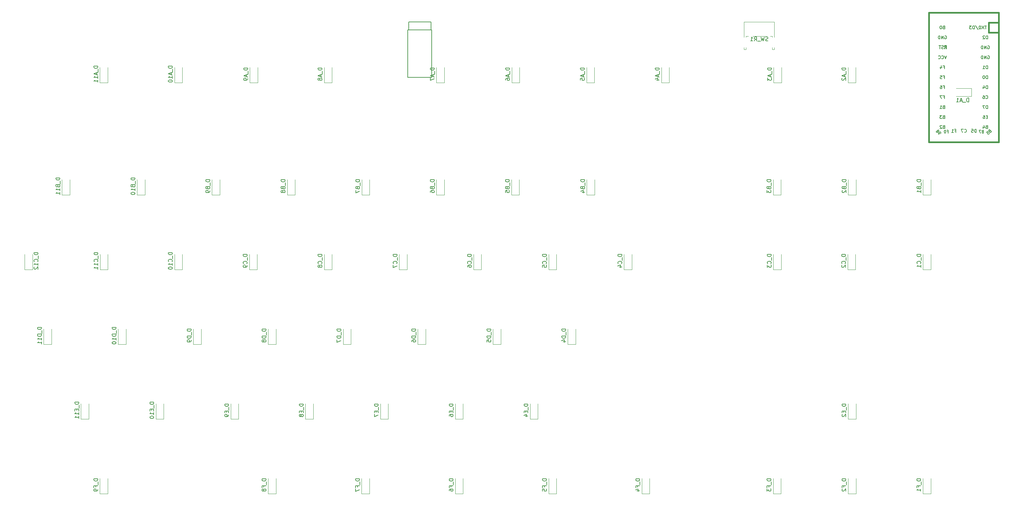
<source format=gbo>
G04 #@! TF.GenerationSoftware,KiCad,Pcbnew,(5.1.4)-1*
G04 #@! TF.CreationDate,2019-10-25T22:11:27-04:00*
G04 #@! TF.ProjectId,Split Keyboard - Right,53706c69-7420-44b6-9579-626f61726420,rev?*
G04 #@! TF.SameCoordinates,Original*
G04 #@! TF.FileFunction,Legend,Bot*
G04 #@! TF.FilePolarity,Positive*
%FSLAX46Y46*%
G04 Gerber Fmt 4.6, Leading zero omitted, Abs format (unit mm)*
G04 Created by KiCad (PCBNEW (5.1.4)-1) date 2019-10-25 22:11:27*
%MOMM*%
%LPD*%
G04 APERTURE LIST*
%ADD10C,0.120000*%
%ADD11C,0.381000*%
%ADD12C,0.150000*%
G04 APERTURE END LIST*
D10*
X203274000Y-32212000D02*
X203274000Y-32442000D01*
X203794000Y-28542000D02*
X196074000Y-28542000D01*
X196074000Y-28542000D02*
X196074000Y-32442000D01*
X203794000Y-35552000D02*
X203274000Y-35552000D01*
X203794000Y-28542000D02*
X203794000Y-32442000D01*
X196594000Y-32212000D02*
X196594000Y-32442000D01*
X203274000Y-35042000D02*
X203274000Y-35552000D01*
X203794000Y-35042000D02*
X203794000Y-35552000D01*
X197134000Y-32212000D02*
X196594000Y-32212000D01*
X196594000Y-35042000D02*
X196594000Y-35552000D01*
X196594000Y-35552000D02*
X196074000Y-35552000D01*
X196074000Y-35042000D02*
X196074000Y-35552000D01*
X203274000Y-32212000D02*
X202734000Y-32212000D01*
X201634000Y-32212000D02*
X198234000Y-32212000D01*
D11*
X260921500Y-28702000D02*
X260921500Y-59182000D01*
X260921500Y-59182000D02*
X243141500Y-59182000D01*
X243141500Y-59182000D02*
X243141500Y-28702000D01*
X258381500Y-28702000D02*
X258381500Y-31242000D01*
X258381500Y-31242000D02*
X260921500Y-31242000D01*
D12*
G36*
X247099932Y-34581360D02*
G01*
X247099932Y-34881360D01*
X247199932Y-34881360D01*
X247199932Y-34581360D01*
X247099932Y-34581360D01*
G37*
X247099932Y-34581360D02*
X247099932Y-34881360D01*
X247199932Y-34881360D01*
X247199932Y-34581360D01*
X247099932Y-34581360D01*
G36*
X247299932Y-34981360D02*
G01*
X247299932Y-35081360D01*
X247399932Y-35081360D01*
X247399932Y-34981360D01*
X247299932Y-34981360D01*
G37*
X247299932Y-34981360D02*
X247299932Y-35081360D01*
X247399932Y-35081360D01*
X247399932Y-34981360D01*
X247299932Y-34981360D01*
G36*
X247099932Y-34581360D02*
G01*
X247099932Y-34681360D01*
X247599932Y-34681360D01*
X247599932Y-34581360D01*
X247099932Y-34581360D01*
G37*
X247099932Y-34581360D02*
X247099932Y-34681360D01*
X247599932Y-34681360D01*
X247599932Y-34581360D01*
X247099932Y-34581360D01*
G36*
X247499932Y-34581360D02*
G01*
X247499932Y-35381360D01*
X247599932Y-35381360D01*
X247599932Y-34581360D01*
X247499932Y-34581360D01*
G37*
X247499932Y-34581360D02*
X247499932Y-35381360D01*
X247599932Y-35381360D01*
X247599932Y-34581360D01*
X247499932Y-34581360D01*
G36*
X247099932Y-35181360D02*
G01*
X247099932Y-35381360D01*
X247199932Y-35381360D01*
X247199932Y-35181360D01*
X247099932Y-35181360D01*
G37*
X247099932Y-35181360D02*
X247099932Y-35381360D01*
X247199932Y-35381360D01*
X247199932Y-35181360D01*
X247099932Y-35181360D01*
D11*
X243141500Y-28702000D02*
X243141500Y-26162000D01*
X243141500Y-26162000D02*
X260921500Y-26162000D01*
X260921500Y-26162000D02*
X260921500Y-28702000D01*
X258381500Y-28702000D02*
X260921500Y-28702000D01*
D10*
X253964000Y-45482000D02*
X250064000Y-45482000D01*
X253964000Y-47482000D02*
X250064000Y-47482000D01*
X253964000Y-45482000D02*
X253964000Y-47482000D01*
X224520000Y-44072000D02*
X224520000Y-40172000D01*
X222520000Y-44072000D02*
X222520000Y-40172000D01*
X224520000Y-44072000D02*
X222520000Y-44072000D01*
X205597000Y-44072000D02*
X205597000Y-40172000D01*
X203597000Y-44072000D02*
X203597000Y-40172000D01*
X205597000Y-44072000D02*
X203597000Y-44072000D01*
X177022000Y-44072000D02*
X177022000Y-40172000D01*
X175022000Y-44072000D02*
X175022000Y-40172000D01*
X177022000Y-44072000D02*
X175022000Y-44072000D01*
X157972000Y-44072000D02*
X157972000Y-40172000D01*
X155972000Y-44072000D02*
X155972000Y-40172000D01*
X157972000Y-44072000D02*
X155972000Y-44072000D01*
X138922000Y-44072000D02*
X136922000Y-44072000D01*
X136922000Y-44072000D02*
X136922000Y-40172000D01*
X138922000Y-44072000D02*
X138922000Y-40172000D01*
X119745000Y-44072000D02*
X117745000Y-44072000D01*
X117745000Y-44072000D02*
X117745000Y-40172000D01*
X119745000Y-44072000D02*
X119745000Y-40172000D01*
X91170000Y-44072000D02*
X89170000Y-44072000D01*
X89170000Y-44072000D02*
X89170000Y-40172000D01*
X91170000Y-44072000D02*
X91170000Y-40172000D01*
X72247000Y-44072000D02*
X70247000Y-44072000D01*
X70247000Y-44072000D02*
X70247000Y-40172000D01*
X72247000Y-44072000D02*
X72247000Y-40172000D01*
X53070000Y-44072000D02*
X51070000Y-44072000D01*
X51070000Y-44072000D02*
X51070000Y-40172000D01*
X53070000Y-44072000D02*
X53070000Y-40172000D01*
X34083500Y-44072000D02*
X32083500Y-44072000D01*
X32083500Y-44072000D02*
X32083500Y-40172000D01*
X34083500Y-44072000D02*
X34083500Y-40172000D01*
X243633500Y-72647000D02*
X243633500Y-68747000D01*
X241633500Y-72647000D02*
X241633500Y-68747000D01*
X243633500Y-72647000D02*
X241633500Y-72647000D01*
X224583500Y-72647000D02*
X224583500Y-68747000D01*
X222583500Y-72647000D02*
X222583500Y-68747000D01*
X224583500Y-72647000D02*
X222583500Y-72647000D01*
X205470000Y-72647000D02*
X205470000Y-68747000D01*
X203470000Y-72647000D02*
X203470000Y-68747000D01*
X205470000Y-72647000D02*
X203470000Y-72647000D01*
X158035500Y-72647000D02*
X158035500Y-68747000D01*
X156035500Y-72647000D02*
X156035500Y-68747000D01*
X158035500Y-72647000D02*
X156035500Y-72647000D01*
X138858500Y-72647000D02*
X138858500Y-68747000D01*
X136858500Y-72647000D02*
X136858500Y-68747000D01*
X138858500Y-72647000D02*
X136858500Y-72647000D01*
X119745000Y-72647000D02*
X117745000Y-72647000D01*
X117745000Y-72647000D02*
X117745000Y-68747000D01*
X119745000Y-72647000D02*
X119745000Y-68747000D01*
X100758500Y-72647000D02*
X98758500Y-72647000D01*
X98758500Y-72647000D02*
X98758500Y-68747000D01*
X100758500Y-72647000D02*
X100758500Y-68747000D01*
X81772000Y-72647000D02*
X79772000Y-72647000D01*
X79772000Y-72647000D02*
X79772000Y-68747000D01*
X81772000Y-72647000D02*
X81772000Y-68747000D01*
X62595000Y-72647000D02*
X60595000Y-72647000D01*
X60595000Y-72647000D02*
X60595000Y-68747000D01*
X62595000Y-72647000D02*
X62595000Y-68747000D01*
X43545000Y-72647000D02*
X41545000Y-72647000D01*
X41545000Y-72647000D02*
X41545000Y-68747000D01*
X43545000Y-72647000D02*
X43545000Y-68747000D01*
X24431500Y-72647000D02*
X22431500Y-72647000D01*
X22431500Y-72647000D02*
X22431500Y-68747000D01*
X24431500Y-72647000D02*
X24431500Y-68747000D01*
X243633500Y-91697000D02*
X243633500Y-87797000D01*
X241633500Y-91697000D02*
X241633500Y-87797000D01*
X243633500Y-91697000D02*
X241633500Y-91697000D01*
X224456500Y-91697000D02*
X224456500Y-87797000D01*
X222456500Y-91697000D02*
X222456500Y-87797000D01*
X224456500Y-91697000D02*
X222456500Y-91697000D01*
X205533500Y-91697000D02*
X205533500Y-87797000D01*
X203533500Y-91697000D02*
X203533500Y-87797000D01*
X205533500Y-91697000D02*
X203533500Y-91697000D01*
X167497000Y-91697000D02*
X167497000Y-87797000D01*
X165497000Y-91697000D02*
X165497000Y-87797000D01*
X167497000Y-91697000D02*
X165497000Y-91697000D01*
X148320000Y-91697000D02*
X148320000Y-87797000D01*
X146320000Y-91697000D02*
X146320000Y-87797000D01*
X148320000Y-91697000D02*
X146320000Y-91697000D01*
X129206500Y-91697000D02*
X129206500Y-87797000D01*
X127206500Y-91697000D02*
X127206500Y-87797000D01*
X129206500Y-91697000D02*
X127206500Y-91697000D01*
X110283500Y-91697000D02*
X108283500Y-91697000D01*
X108283500Y-91697000D02*
X108283500Y-87797000D01*
X110283500Y-91697000D02*
X110283500Y-87797000D01*
X91170000Y-91697000D02*
X89170000Y-91697000D01*
X89170000Y-91697000D02*
X89170000Y-87797000D01*
X91170000Y-91697000D02*
X91170000Y-87797000D01*
X72120000Y-91697000D02*
X70120000Y-91697000D01*
X70120000Y-91697000D02*
X70120000Y-87797000D01*
X72120000Y-91697000D02*
X72120000Y-87797000D01*
X53070000Y-91697000D02*
X51070000Y-91697000D01*
X51070000Y-91697000D02*
X51070000Y-87797000D01*
X53070000Y-91697000D02*
X53070000Y-87797000D01*
X34121600Y-91697000D02*
X32121600Y-91697000D01*
X32121600Y-91697000D02*
X32121600Y-87797000D01*
X34121600Y-91697000D02*
X34121600Y-87797000D01*
X14919200Y-91697000D02*
X14919200Y-87797000D01*
X12919200Y-91697000D02*
X12919200Y-87797000D01*
X14919200Y-91697000D02*
X12919200Y-91697000D01*
X153196800Y-110747000D02*
X153196800Y-106847000D01*
X151196800Y-110747000D02*
X151196800Y-106847000D01*
X153196800Y-110747000D02*
X151196800Y-110747000D01*
X134146800Y-110747000D02*
X134146800Y-106847000D01*
X132146800Y-110747000D02*
X132146800Y-106847000D01*
X134146800Y-110747000D02*
X132146800Y-110747000D01*
X114995200Y-110747000D02*
X114995200Y-106847000D01*
X112995200Y-110747000D02*
X112995200Y-106847000D01*
X114995200Y-110747000D02*
X112995200Y-110747000D01*
X95996000Y-110747000D02*
X93996000Y-110747000D01*
X93996000Y-110747000D02*
X93996000Y-106847000D01*
X95996000Y-110747000D02*
X95996000Y-106847000D01*
X76895200Y-110747000D02*
X74895200Y-110747000D01*
X74895200Y-110747000D02*
X74895200Y-106847000D01*
X76895200Y-110747000D02*
X76895200Y-106847000D01*
X57845200Y-110747000D02*
X55845200Y-110747000D01*
X55845200Y-110747000D02*
X55845200Y-106847000D01*
X57845200Y-110747000D02*
X57845200Y-106847000D01*
X38744400Y-110747000D02*
X36744400Y-110747000D01*
X36744400Y-110747000D02*
X36744400Y-106847000D01*
X38744400Y-110747000D02*
X38744400Y-106847000D01*
X19745200Y-110747000D02*
X17745200Y-110747000D01*
X17745200Y-110747000D02*
X17745200Y-106847000D01*
X19745200Y-110747000D02*
X19745200Y-106847000D01*
X224545400Y-129797000D02*
X224545400Y-125897000D01*
X222545400Y-129797000D02*
X222545400Y-125897000D01*
X224545400Y-129797000D02*
X222545400Y-129797000D01*
X143595600Y-129797000D02*
X143595600Y-125897000D01*
X141595600Y-129797000D02*
X141595600Y-125897000D01*
X143595600Y-129797000D02*
X141595600Y-129797000D01*
X124545600Y-129797000D02*
X124545600Y-125897000D01*
X122545600Y-129797000D02*
X122545600Y-125897000D01*
X124545600Y-129797000D02*
X122545600Y-129797000D01*
X105495600Y-129797000D02*
X103495600Y-129797000D01*
X103495600Y-129797000D02*
X103495600Y-125897000D01*
X105495600Y-129797000D02*
X105495600Y-125897000D01*
X86394800Y-129797000D02*
X84394800Y-129797000D01*
X84394800Y-129797000D02*
X84394800Y-125897000D01*
X86394800Y-129797000D02*
X86394800Y-125897000D01*
X67395600Y-129797000D02*
X65395600Y-129797000D01*
X65395600Y-129797000D02*
X65395600Y-125897000D01*
X67395600Y-129797000D02*
X67395600Y-125897000D01*
X48345600Y-129797000D02*
X46345600Y-129797000D01*
X46345600Y-129797000D02*
X46345600Y-125897000D01*
X48345600Y-129797000D02*
X48345600Y-125897000D01*
X29244800Y-129797000D02*
X27244800Y-129797000D01*
X27244800Y-129797000D02*
X27244800Y-125897000D01*
X29244800Y-129797000D02*
X29244800Y-125897000D01*
X243595400Y-148847000D02*
X243595400Y-144947000D01*
X241595400Y-148847000D02*
X241595400Y-144947000D01*
X243595400Y-148847000D02*
X241595400Y-148847000D01*
X224545400Y-148847000D02*
X224545400Y-144947000D01*
X222545400Y-148847000D02*
X222545400Y-144947000D01*
X224545400Y-148847000D02*
X222545400Y-148847000D01*
X205476400Y-148847000D02*
X205476400Y-144947000D01*
X203476400Y-148847000D02*
X203476400Y-144947000D01*
X205476400Y-148847000D02*
X203476400Y-148847000D01*
X172043600Y-148847000D02*
X172043600Y-144947000D01*
X170043600Y-148847000D02*
X170043600Y-144947000D01*
X172043600Y-148847000D02*
X170043600Y-148847000D01*
X148320000Y-148847000D02*
X148320000Y-144947000D01*
X146320000Y-148847000D02*
X146320000Y-144947000D01*
X148320000Y-148847000D02*
X146320000Y-148847000D01*
X124545600Y-148847000D02*
X124545600Y-144947000D01*
X122545600Y-148847000D02*
X122545600Y-144947000D01*
X124545600Y-148847000D02*
X122545600Y-148847000D01*
X100720400Y-148847000D02*
X98720400Y-148847000D01*
X98720400Y-148847000D02*
X98720400Y-144947000D01*
X100720400Y-148847000D02*
X100720400Y-144947000D01*
X76895200Y-148847000D02*
X74895200Y-148847000D01*
X74895200Y-148847000D02*
X74895200Y-144947000D01*
X76895200Y-148847000D02*
X76895200Y-144947000D01*
X34070800Y-148847000D02*
X32070800Y-148847000D01*
X32070800Y-148847000D02*
X32070800Y-144947000D01*
X34070800Y-148847000D02*
X34070800Y-144947000D01*
D12*
X110738000Y-28575000D02*
X116338000Y-28575000D01*
X116338000Y-30575000D02*
X116338000Y-28575000D01*
X110738000Y-30575000D02*
X110738000Y-28575000D01*
X116588000Y-30575000D02*
X116588000Y-42675000D01*
X110488000Y-30575000D02*
X110488000Y-42675000D01*
X110488000Y-42675000D02*
X116588000Y-42675000D01*
X110488000Y-30575000D02*
X116588000Y-30575000D01*
X202148285Y-33326761D02*
X202005428Y-33374380D01*
X201767333Y-33374380D01*
X201672095Y-33326761D01*
X201624476Y-33279142D01*
X201576857Y-33183904D01*
X201576857Y-33088666D01*
X201624476Y-32993428D01*
X201672095Y-32945809D01*
X201767333Y-32898190D01*
X201957809Y-32850571D01*
X202053047Y-32802952D01*
X202100666Y-32755333D01*
X202148285Y-32660095D01*
X202148285Y-32564857D01*
X202100666Y-32469619D01*
X202053047Y-32422000D01*
X201957809Y-32374380D01*
X201719714Y-32374380D01*
X201576857Y-32422000D01*
X201243523Y-32374380D02*
X201005428Y-33374380D01*
X200814952Y-32660095D01*
X200624476Y-33374380D01*
X200386380Y-32374380D01*
X200243523Y-33469619D02*
X199481619Y-33469619D01*
X198672095Y-33374380D02*
X199005428Y-32898190D01*
X199243523Y-33374380D02*
X199243523Y-32374380D01*
X198862571Y-32374380D01*
X198767333Y-32422000D01*
X198719714Y-32469619D01*
X198672095Y-32564857D01*
X198672095Y-32707714D01*
X198719714Y-32802952D01*
X198767333Y-32850571D01*
X198862571Y-32898190D01*
X199243523Y-32898190D01*
X197719714Y-33374380D02*
X198291142Y-33374380D01*
X198005428Y-33374380D02*
X198005428Y-32374380D01*
X198100666Y-32517238D01*
X198195904Y-32612476D01*
X198291142Y-32660095D01*
X246894309Y-55314857D02*
X246780023Y-55352952D01*
X246741928Y-55391047D01*
X246703833Y-55467238D01*
X246703833Y-55581523D01*
X246741928Y-55657714D01*
X246780023Y-55695809D01*
X246856214Y-55733904D01*
X247160976Y-55733904D01*
X247160976Y-54933904D01*
X246894309Y-54933904D01*
X246818119Y-54972000D01*
X246780023Y-55010095D01*
X246741928Y-55086285D01*
X246741928Y-55162476D01*
X246780023Y-55238666D01*
X246818119Y-55276761D01*
X246894309Y-55314857D01*
X247160976Y-55314857D01*
X246399071Y-55010095D02*
X246360976Y-54972000D01*
X246284785Y-54933904D01*
X246094309Y-54933904D01*
X246018119Y-54972000D01*
X245980023Y-55010095D01*
X245941928Y-55086285D01*
X245941928Y-55162476D01*
X245980023Y-55276761D01*
X246437166Y-55733904D01*
X245941928Y-55733904D01*
X246837166Y-47694857D02*
X247103833Y-47694857D01*
X247103833Y-48113904D02*
X247103833Y-47313904D01*
X246722880Y-47313904D01*
X246494309Y-47313904D02*
X245960976Y-47313904D01*
X246303833Y-48113904D01*
X246837166Y-45154857D02*
X247103833Y-45154857D01*
X247103833Y-45573904D02*
X247103833Y-44773904D01*
X246722880Y-44773904D01*
X246075261Y-44773904D02*
X246227642Y-44773904D01*
X246303833Y-44812000D01*
X246341928Y-44850095D01*
X246418119Y-44964380D01*
X246456214Y-45116761D01*
X246456214Y-45421523D01*
X246418119Y-45497714D01*
X246380023Y-45535809D01*
X246303833Y-45573904D01*
X246151452Y-45573904D01*
X246075261Y-45535809D01*
X246037166Y-45497714D01*
X245999071Y-45421523D01*
X245999071Y-45231047D01*
X246037166Y-45154857D01*
X246075261Y-45116761D01*
X246151452Y-45078666D01*
X246303833Y-45078666D01*
X246380023Y-45116761D01*
X246418119Y-45154857D01*
X246456214Y-45231047D01*
X246837166Y-42614857D02*
X247103833Y-42614857D01*
X247103833Y-43033904D02*
X247103833Y-42233904D01*
X246722880Y-42233904D01*
X246037166Y-42233904D02*
X246418119Y-42233904D01*
X246456214Y-42614857D01*
X246418119Y-42576761D01*
X246341928Y-42538666D01*
X246151452Y-42538666D01*
X246075261Y-42576761D01*
X246037166Y-42614857D01*
X245999071Y-42691047D01*
X245999071Y-42881523D01*
X246037166Y-42957714D01*
X246075261Y-42995809D01*
X246151452Y-43033904D01*
X246341928Y-43033904D01*
X246418119Y-42995809D01*
X246456214Y-42957714D01*
X246894309Y-29914857D02*
X246780023Y-29952952D01*
X246741928Y-29991047D01*
X246703833Y-30067238D01*
X246703833Y-30181523D01*
X246741928Y-30257714D01*
X246780023Y-30295809D01*
X246856214Y-30333904D01*
X247160976Y-30333904D01*
X247160976Y-29533904D01*
X246894309Y-29533904D01*
X246818119Y-29572000D01*
X246780023Y-29610095D01*
X246741928Y-29686285D01*
X246741928Y-29762476D01*
X246780023Y-29838666D01*
X246818119Y-29876761D01*
X246894309Y-29914857D01*
X247160976Y-29914857D01*
X246208595Y-29533904D02*
X246132404Y-29533904D01*
X246056214Y-29572000D01*
X246018119Y-29610095D01*
X245980023Y-29686285D01*
X245941928Y-29838666D01*
X245941928Y-30029142D01*
X245980023Y-30181523D01*
X246018119Y-30257714D01*
X246056214Y-30295809D01*
X246132404Y-30333904D01*
X246208595Y-30333904D01*
X246284785Y-30295809D01*
X246322880Y-30257714D01*
X246360976Y-30181523D01*
X246399071Y-30029142D01*
X246399071Y-29838666D01*
X246360976Y-29686285D01*
X246322880Y-29610095D01*
X246284785Y-29572000D01*
X246208595Y-29533904D01*
X247180023Y-32112000D02*
X247256214Y-32073904D01*
X247370500Y-32073904D01*
X247484785Y-32112000D01*
X247560976Y-32188190D01*
X247599071Y-32264380D01*
X247637166Y-32416761D01*
X247637166Y-32531047D01*
X247599071Y-32683428D01*
X247560976Y-32759619D01*
X247484785Y-32835809D01*
X247370500Y-32873904D01*
X247294309Y-32873904D01*
X247180023Y-32835809D01*
X247141928Y-32797714D01*
X247141928Y-32531047D01*
X247294309Y-32531047D01*
X246799071Y-32873904D02*
X246799071Y-32073904D01*
X246341928Y-32873904D01*
X246341928Y-32073904D01*
X245960976Y-32873904D02*
X245960976Y-32073904D01*
X245770500Y-32073904D01*
X245656214Y-32112000D01*
X245580023Y-32188190D01*
X245541928Y-32264380D01*
X245503833Y-32416761D01*
X245503833Y-32531047D01*
X245541928Y-32683428D01*
X245580023Y-32759619D01*
X245656214Y-32835809D01*
X245770500Y-32873904D01*
X245960976Y-32873904D01*
X246831713Y-35345809D02*
X246717427Y-35383904D01*
X246526951Y-35383904D01*
X246450760Y-35345809D01*
X246412665Y-35307714D01*
X246374570Y-35231523D01*
X246374570Y-35155333D01*
X246412665Y-35079142D01*
X246450760Y-35041047D01*
X246526951Y-35002952D01*
X246679332Y-34964857D01*
X246755522Y-34926761D01*
X246793618Y-34888666D01*
X246831713Y-34812476D01*
X246831713Y-34736285D01*
X246793618Y-34660095D01*
X246755522Y-34622000D01*
X246679332Y-34583904D01*
X246488856Y-34583904D01*
X246374570Y-34622000D01*
X246145999Y-34583904D02*
X245688856Y-34583904D01*
X245917427Y-35383904D02*
X245917427Y-34583904D01*
X247637166Y-37153904D02*
X247370500Y-37953904D01*
X247103833Y-37153904D01*
X246380023Y-37877714D02*
X246418119Y-37915809D01*
X246532404Y-37953904D01*
X246608595Y-37953904D01*
X246722880Y-37915809D01*
X246799071Y-37839619D01*
X246837166Y-37763428D01*
X246875261Y-37611047D01*
X246875261Y-37496761D01*
X246837166Y-37344380D01*
X246799071Y-37268190D01*
X246722880Y-37192000D01*
X246608595Y-37153904D01*
X246532404Y-37153904D01*
X246418119Y-37192000D01*
X246380023Y-37230095D01*
X245580023Y-37877714D02*
X245618119Y-37915809D01*
X245732404Y-37953904D01*
X245808595Y-37953904D01*
X245922880Y-37915809D01*
X245999071Y-37839619D01*
X246037166Y-37763428D01*
X246075261Y-37611047D01*
X246075261Y-37496761D01*
X246037166Y-37344380D01*
X245999071Y-37268190D01*
X245922880Y-37192000D01*
X245808595Y-37153904D01*
X245732404Y-37153904D01*
X245618119Y-37192000D01*
X245580023Y-37230095D01*
X246837166Y-40074857D02*
X247103833Y-40074857D01*
X247103833Y-40493904D02*
X247103833Y-39693904D01*
X246722880Y-39693904D01*
X246075261Y-39960571D02*
X246075261Y-40493904D01*
X246265738Y-39655809D02*
X246456214Y-40227238D01*
X245960976Y-40227238D01*
X246894309Y-50234857D02*
X246780023Y-50272952D01*
X246741928Y-50311047D01*
X246703833Y-50387238D01*
X246703833Y-50501523D01*
X246741928Y-50577714D01*
X246780023Y-50615809D01*
X246856214Y-50653904D01*
X247160976Y-50653904D01*
X247160976Y-49853904D01*
X246894309Y-49853904D01*
X246818119Y-49892000D01*
X246780023Y-49930095D01*
X246741928Y-50006285D01*
X246741928Y-50082476D01*
X246780023Y-50158666D01*
X246818119Y-50196761D01*
X246894309Y-50234857D01*
X247160976Y-50234857D01*
X245941928Y-50653904D02*
X246399071Y-50653904D01*
X246170500Y-50653904D02*
X246170500Y-49853904D01*
X246246690Y-49968190D01*
X246322880Y-50044380D01*
X246399071Y-50082476D01*
X246894309Y-52774857D02*
X246780023Y-52812952D01*
X246741928Y-52851047D01*
X246703833Y-52927238D01*
X246703833Y-53041523D01*
X246741928Y-53117714D01*
X246780023Y-53155809D01*
X246856214Y-53193904D01*
X247160976Y-53193904D01*
X247160976Y-52393904D01*
X246894309Y-52393904D01*
X246818119Y-52432000D01*
X246780023Y-52470095D01*
X246741928Y-52546285D01*
X246741928Y-52622476D01*
X246780023Y-52698666D01*
X246818119Y-52736761D01*
X246894309Y-52774857D01*
X247160976Y-52774857D01*
X246437166Y-52393904D02*
X245941928Y-52393904D01*
X246208595Y-52698666D01*
X246094309Y-52698666D01*
X246018119Y-52736761D01*
X245980023Y-52774857D01*
X245941928Y-52851047D01*
X245941928Y-53041523D01*
X245980023Y-53117714D01*
X246018119Y-53155809D01*
X246094309Y-53193904D01*
X246322880Y-53193904D01*
X246399071Y-53155809D01*
X246437166Y-53117714D01*
X258596491Y-56406297D02*
X258549351Y-56500578D01*
X258549351Y-56547719D01*
X258572921Y-56618429D01*
X258643632Y-56689140D01*
X258714342Y-56712710D01*
X258761483Y-56712710D01*
X258832193Y-56689140D01*
X259020755Y-56500578D01*
X258525780Y-56005603D01*
X258360789Y-56170595D01*
X258337219Y-56241306D01*
X258337219Y-56288446D01*
X258360789Y-56359157D01*
X258407929Y-56406297D01*
X258478640Y-56429867D01*
X258525780Y-56429867D01*
X258596491Y-56406297D01*
X258761483Y-56241306D01*
X257795103Y-56736280D02*
X258030806Y-56500578D01*
X258290078Y-56712710D01*
X258242938Y-56712710D01*
X258172227Y-56736280D01*
X258054376Y-56854132D01*
X258030806Y-56924842D01*
X258030806Y-56971983D01*
X258054376Y-57042693D01*
X258172227Y-57160544D01*
X258242938Y-57184115D01*
X258290078Y-57184115D01*
X258360789Y-57160544D01*
X258478640Y-57042693D01*
X258502210Y-56971983D01*
X258502210Y-56924842D01*
X257816309Y-55314857D02*
X257702023Y-55352952D01*
X257663928Y-55391047D01*
X257625833Y-55467238D01*
X257625833Y-55581523D01*
X257663928Y-55657714D01*
X257702023Y-55695809D01*
X257778214Y-55733904D01*
X258082976Y-55733904D01*
X258082976Y-54933904D01*
X257816309Y-54933904D01*
X257740119Y-54972000D01*
X257702023Y-55010095D01*
X257663928Y-55086285D01*
X257663928Y-55162476D01*
X257702023Y-55238666D01*
X257740119Y-55276761D01*
X257816309Y-55314857D01*
X258082976Y-55314857D01*
X256940119Y-55200571D02*
X256940119Y-55733904D01*
X257130595Y-54895809D02*
X257321071Y-55467238D01*
X256825833Y-55467238D01*
X258044880Y-52774857D02*
X257778214Y-52774857D01*
X257663928Y-53193904D02*
X258044880Y-53193904D01*
X258044880Y-52393904D01*
X257663928Y-52393904D01*
X256978214Y-52393904D02*
X257130595Y-52393904D01*
X257206785Y-52432000D01*
X257244880Y-52470095D01*
X257321071Y-52584380D01*
X257359166Y-52736761D01*
X257359166Y-53041523D01*
X257321071Y-53117714D01*
X257282976Y-53155809D01*
X257206785Y-53193904D01*
X257054404Y-53193904D01*
X256978214Y-53155809D01*
X256940119Y-53117714D01*
X256902023Y-53041523D01*
X256902023Y-52851047D01*
X256940119Y-52774857D01*
X256978214Y-52736761D01*
X257054404Y-52698666D01*
X257206785Y-52698666D01*
X257282976Y-52736761D01*
X257321071Y-52774857D01*
X257359166Y-52851047D01*
X258082976Y-50653904D02*
X258082976Y-49853904D01*
X257892500Y-49853904D01*
X257778214Y-49892000D01*
X257702023Y-49968190D01*
X257663928Y-50044380D01*
X257625833Y-50196761D01*
X257625833Y-50311047D01*
X257663928Y-50463428D01*
X257702023Y-50539619D01*
X257778214Y-50615809D01*
X257892500Y-50653904D01*
X258082976Y-50653904D01*
X257359166Y-49853904D02*
X256825833Y-49853904D01*
X257168690Y-50653904D01*
X257625833Y-48037714D02*
X257663928Y-48075809D01*
X257778214Y-48113904D01*
X257854404Y-48113904D01*
X257968690Y-48075809D01*
X258044880Y-47999619D01*
X258082976Y-47923428D01*
X258121071Y-47771047D01*
X258121071Y-47656761D01*
X258082976Y-47504380D01*
X258044880Y-47428190D01*
X257968690Y-47352000D01*
X257854404Y-47313904D01*
X257778214Y-47313904D01*
X257663928Y-47352000D01*
X257625833Y-47390095D01*
X256940119Y-47313904D02*
X257092500Y-47313904D01*
X257168690Y-47352000D01*
X257206785Y-47390095D01*
X257282976Y-47504380D01*
X257321071Y-47656761D01*
X257321071Y-47961523D01*
X257282976Y-48037714D01*
X257244880Y-48075809D01*
X257168690Y-48113904D01*
X257016309Y-48113904D01*
X256940119Y-48075809D01*
X256902023Y-48037714D01*
X256863928Y-47961523D01*
X256863928Y-47771047D01*
X256902023Y-47694857D01*
X256940119Y-47656761D01*
X257016309Y-47618666D01*
X257168690Y-47618666D01*
X257244880Y-47656761D01*
X257282976Y-47694857D01*
X257321071Y-47771047D01*
X258082976Y-45573904D02*
X258082976Y-44773904D01*
X257892500Y-44773904D01*
X257778214Y-44812000D01*
X257702023Y-44888190D01*
X257663928Y-44964380D01*
X257625833Y-45116761D01*
X257625833Y-45231047D01*
X257663928Y-45383428D01*
X257702023Y-45459619D01*
X257778214Y-45535809D01*
X257892500Y-45573904D01*
X258082976Y-45573904D01*
X256940119Y-45040571D02*
X256940119Y-45573904D01*
X257130595Y-44735809D02*
X257321071Y-45307238D01*
X256825833Y-45307238D01*
X258102023Y-34652000D02*
X258178214Y-34613904D01*
X258292500Y-34613904D01*
X258406785Y-34652000D01*
X258482976Y-34728190D01*
X258521071Y-34804380D01*
X258559166Y-34956761D01*
X258559166Y-35071047D01*
X258521071Y-35223428D01*
X258482976Y-35299619D01*
X258406785Y-35375809D01*
X258292500Y-35413904D01*
X258216309Y-35413904D01*
X258102023Y-35375809D01*
X258063928Y-35337714D01*
X258063928Y-35071047D01*
X258216309Y-35071047D01*
X257721071Y-35413904D02*
X257721071Y-34613904D01*
X257263928Y-35413904D01*
X257263928Y-34613904D01*
X256882976Y-35413904D02*
X256882976Y-34613904D01*
X256692500Y-34613904D01*
X256578214Y-34652000D01*
X256502023Y-34728190D01*
X256463928Y-34804380D01*
X256425833Y-34956761D01*
X256425833Y-35071047D01*
X256463928Y-35223428D01*
X256502023Y-35299619D01*
X256578214Y-35375809D01*
X256692500Y-35413904D01*
X256882976Y-35413904D01*
X258102023Y-37192000D02*
X258178214Y-37153904D01*
X258292500Y-37153904D01*
X258406785Y-37192000D01*
X258482976Y-37268190D01*
X258521071Y-37344380D01*
X258559166Y-37496761D01*
X258559166Y-37611047D01*
X258521071Y-37763428D01*
X258482976Y-37839619D01*
X258406785Y-37915809D01*
X258292500Y-37953904D01*
X258216309Y-37953904D01*
X258102023Y-37915809D01*
X258063928Y-37877714D01*
X258063928Y-37611047D01*
X258216309Y-37611047D01*
X257721071Y-37953904D02*
X257721071Y-37153904D01*
X257263928Y-37953904D01*
X257263928Y-37153904D01*
X256882976Y-37953904D02*
X256882976Y-37153904D01*
X256692500Y-37153904D01*
X256578214Y-37192000D01*
X256502023Y-37268190D01*
X256463928Y-37344380D01*
X256425833Y-37496761D01*
X256425833Y-37611047D01*
X256463928Y-37763428D01*
X256502023Y-37839619D01*
X256578214Y-37915809D01*
X256692500Y-37953904D01*
X256882976Y-37953904D01*
X258082976Y-40493904D02*
X258082976Y-39693904D01*
X257892500Y-39693904D01*
X257778214Y-39732000D01*
X257702023Y-39808190D01*
X257663928Y-39884380D01*
X257625833Y-40036761D01*
X257625833Y-40151047D01*
X257663928Y-40303428D01*
X257702023Y-40379619D01*
X257778214Y-40455809D01*
X257892500Y-40493904D01*
X258082976Y-40493904D01*
X256863928Y-40493904D02*
X257321071Y-40493904D01*
X257092500Y-40493904D02*
X257092500Y-39693904D01*
X257168690Y-39808190D01*
X257244880Y-39884380D01*
X257321071Y-39922476D01*
X258082976Y-43033904D02*
X258082976Y-42233904D01*
X257892500Y-42233904D01*
X257778214Y-42272000D01*
X257702023Y-42348190D01*
X257663928Y-42424380D01*
X257625833Y-42576761D01*
X257625833Y-42691047D01*
X257663928Y-42843428D01*
X257702023Y-42919619D01*
X257778214Y-42995809D01*
X257892500Y-43033904D01*
X258082976Y-43033904D01*
X257130595Y-42233904D02*
X257054404Y-42233904D01*
X256978214Y-42272000D01*
X256940119Y-42310095D01*
X256902023Y-42386285D01*
X256863928Y-42538666D01*
X256863928Y-42729142D01*
X256902023Y-42881523D01*
X256940119Y-42957714D01*
X256978214Y-42995809D01*
X257054404Y-43033904D01*
X257130595Y-43033904D01*
X257206785Y-42995809D01*
X257244880Y-42957714D01*
X257282976Y-42881523D01*
X257321071Y-42729142D01*
X257321071Y-42538666D01*
X257282976Y-42386285D01*
X257244880Y-42310095D01*
X257206785Y-42272000D01*
X257130595Y-42233904D01*
X258082976Y-32873904D02*
X258082976Y-32073904D01*
X257892500Y-32073904D01*
X257778214Y-32112000D01*
X257702023Y-32188190D01*
X257663928Y-32264380D01*
X257625833Y-32416761D01*
X257625833Y-32531047D01*
X257663928Y-32683428D01*
X257702023Y-32759619D01*
X257778214Y-32835809D01*
X257892500Y-32873904D01*
X258082976Y-32873904D01*
X257321071Y-32150095D02*
X257282976Y-32112000D01*
X257206785Y-32073904D01*
X257016309Y-32073904D01*
X256940119Y-32112000D01*
X256902023Y-32150095D01*
X256863928Y-32226285D01*
X256863928Y-32302476D01*
X256902023Y-32416761D01*
X257359166Y-32873904D01*
X256863928Y-32873904D01*
X257793848Y-29533904D02*
X257336705Y-29533904D01*
X257565276Y-30333904D02*
X257565276Y-29533904D01*
X257146229Y-29533904D02*
X256612895Y-30333904D01*
X256612895Y-29533904D02*
X257146229Y-30333904D01*
X256155752Y-29533904D02*
X256079562Y-29533904D01*
X256003372Y-29572000D01*
X255965276Y-29610095D01*
X255927181Y-29686285D01*
X255889086Y-29838666D01*
X255889086Y-30029142D01*
X255927181Y-30181523D01*
X255965276Y-30257714D01*
X256003372Y-30295809D01*
X256079562Y-30333904D01*
X256155752Y-30333904D01*
X256231943Y-30295809D01*
X256270038Y-30257714D01*
X256308133Y-30181523D01*
X256346229Y-30029142D01*
X256346229Y-29838666D01*
X256308133Y-29686285D01*
X256270038Y-29610095D01*
X256231943Y-29572000D01*
X256155752Y-29533904D01*
X254974800Y-29495809D02*
X255660514Y-30524380D01*
X254708133Y-30333904D02*
X254708133Y-29533904D01*
X254517657Y-29533904D01*
X254403372Y-29572000D01*
X254327181Y-29648190D01*
X254289086Y-29724380D01*
X254250991Y-29876761D01*
X254250991Y-29991047D01*
X254289086Y-30143428D01*
X254327181Y-30219619D01*
X254403372Y-30295809D01*
X254517657Y-30333904D01*
X254708133Y-30333904D01*
X253984324Y-29533904D02*
X253489086Y-29533904D01*
X253755752Y-29838666D01*
X253641467Y-29838666D01*
X253565276Y-29876761D01*
X253527181Y-29914857D01*
X253489086Y-29991047D01*
X253489086Y-30181523D01*
X253527181Y-30257714D01*
X253565276Y-30295809D01*
X253641467Y-30333904D01*
X253870038Y-30333904D01*
X253946229Y-30295809D01*
X253984324Y-30257714D01*
X256814833Y-56492000D02*
X256714833Y-56525333D01*
X256681500Y-56558666D01*
X256648166Y-56625333D01*
X256648166Y-56725333D01*
X256681500Y-56792000D01*
X256714833Y-56825333D01*
X256781500Y-56858666D01*
X257048166Y-56858666D01*
X257048166Y-56158666D01*
X256814833Y-56158666D01*
X256748166Y-56192000D01*
X256714833Y-56225333D01*
X256681500Y-56292000D01*
X256681500Y-56358666D01*
X256714833Y-56425333D01*
X256748166Y-56458666D01*
X256814833Y-56492000D01*
X257048166Y-56492000D01*
X256414833Y-56158666D02*
X255948166Y-56158666D01*
X256248166Y-56858666D01*
X247764833Y-56492000D02*
X247998166Y-56492000D01*
X247998166Y-56858666D02*
X247998166Y-56158666D01*
X247664833Y-56158666D01*
X247264833Y-56158666D02*
X247198166Y-56158666D01*
X247131500Y-56192000D01*
X247098166Y-56225333D01*
X247064833Y-56292000D01*
X247031500Y-56425333D01*
X247031500Y-56592000D01*
X247064833Y-56725333D01*
X247098166Y-56792000D01*
X247131500Y-56825333D01*
X247198166Y-56858666D01*
X247264833Y-56858666D01*
X247331500Y-56825333D01*
X247364833Y-56792000D01*
X247398166Y-56725333D01*
X247431500Y-56592000D01*
X247431500Y-56425333D01*
X247398166Y-56292000D01*
X247364833Y-56225333D01*
X247331500Y-56192000D01*
X247264833Y-56158666D01*
X245395797Y-56477008D02*
X245490078Y-56524148D01*
X245537219Y-56524148D01*
X245607929Y-56500578D01*
X245678640Y-56429867D01*
X245702210Y-56359157D01*
X245702210Y-56312016D01*
X245678640Y-56241306D01*
X245490078Y-56052744D01*
X244995103Y-56547719D01*
X245160095Y-56712710D01*
X245230806Y-56736280D01*
X245277946Y-56736280D01*
X245348657Y-56712710D01*
X245395797Y-56665570D01*
X245419367Y-56594859D01*
X245419367Y-56547719D01*
X245395797Y-56477008D01*
X245230806Y-56312016D01*
X245702210Y-57254825D02*
X245607929Y-57160544D01*
X245584359Y-57089834D01*
X245584359Y-57042693D01*
X245607929Y-56924842D01*
X245678640Y-56806991D01*
X245867202Y-56618429D01*
X245937912Y-56594859D01*
X245985053Y-56594859D01*
X246055764Y-56618429D01*
X246150044Y-56712710D01*
X246173615Y-56783421D01*
X246173615Y-56830561D01*
X246150044Y-56901272D01*
X246032193Y-57019123D01*
X245961483Y-57042693D01*
X245914342Y-57042693D01*
X245843632Y-57019123D01*
X245749351Y-56924842D01*
X245725780Y-56854132D01*
X245725780Y-56806991D01*
X245749351Y-56736280D01*
X252164833Y-56627714D02*
X252202928Y-56665809D01*
X252317214Y-56703904D01*
X252393404Y-56703904D01*
X252507690Y-56665809D01*
X252583880Y-56589619D01*
X252621976Y-56513428D01*
X252660071Y-56361047D01*
X252660071Y-56246761D01*
X252621976Y-56094380D01*
X252583880Y-56018190D01*
X252507690Y-55942000D01*
X252393404Y-55903904D01*
X252317214Y-55903904D01*
X252202928Y-55942000D01*
X252164833Y-55980095D01*
X251898166Y-55903904D02*
X251364833Y-55903904D01*
X251707690Y-56703904D01*
X249758166Y-56284857D02*
X250024833Y-56284857D01*
X250024833Y-56703904D02*
X250024833Y-55903904D01*
X249643880Y-55903904D01*
X248920071Y-56703904D02*
X249377214Y-56703904D01*
X249148642Y-56703904D02*
X249148642Y-55903904D01*
X249224833Y-56018190D01*
X249301023Y-56094380D01*
X249377214Y-56132476D01*
X255161976Y-56703904D02*
X255161976Y-55903904D01*
X254971500Y-55903904D01*
X254857214Y-55942000D01*
X254781023Y-56018190D01*
X254742928Y-56094380D01*
X254704833Y-56246761D01*
X254704833Y-56361047D01*
X254742928Y-56513428D01*
X254781023Y-56589619D01*
X254857214Y-56665809D01*
X254971500Y-56703904D01*
X255161976Y-56703904D01*
X253981023Y-55903904D02*
X254361976Y-55903904D01*
X254400071Y-56284857D01*
X254361976Y-56246761D01*
X254285785Y-56208666D01*
X254095309Y-56208666D01*
X254019119Y-56246761D01*
X253981023Y-56284857D01*
X253942928Y-56361047D01*
X253942928Y-56551523D01*
X253981023Y-56627714D01*
X254019119Y-56665809D01*
X254095309Y-56703904D01*
X254285785Y-56703904D01*
X254361976Y-56665809D01*
X254400071Y-56627714D01*
X253261619Y-48934380D02*
X253261619Y-47934380D01*
X253023523Y-47934380D01*
X252880666Y-47982000D01*
X252785428Y-48077238D01*
X252737809Y-48172476D01*
X252690190Y-48362952D01*
X252690190Y-48505809D01*
X252737809Y-48696285D01*
X252785428Y-48791523D01*
X252880666Y-48886761D01*
X253023523Y-48934380D01*
X253261619Y-48934380D01*
X252499714Y-49029619D02*
X251737809Y-49029619D01*
X251547333Y-48648666D02*
X251071142Y-48648666D01*
X251642571Y-48934380D02*
X251309238Y-47934380D01*
X250975904Y-48934380D01*
X250118761Y-48934380D02*
X250690190Y-48934380D01*
X250404476Y-48934380D02*
X250404476Y-47934380D01*
X250499714Y-48077238D01*
X250594952Y-48172476D01*
X250690190Y-48220095D01*
X221972380Y-40274380D02*
X220972380Y-40274380D01*
X220972380Y-40512476D01*
X221020000Y-40655333D01*
X221115238Y-40750571D01*
X221210476Y-40798190D01*
X221400952Y-40845809D01*
X221543809Y-40845809D01*
X221734285Y-40798190D01*
X221829523Y-40750571D01*
X221924761Y-40655333D01*
X221972380Y-40512476D01*
X221972380Y-40274380D01*
X222067619Y-41036285D02*
X222067619Y-41798190D01*
X221686666Y-41988666D02*
X221686666Y-42464857D01*
X221972380Y-41893428D02*
X220972380Y-42226761D01*
X221972380Y-42560095D01*
X221067619Y-42845809D02*
X221020000Y-42893428D01*
X220972380Y-42988666D01*
X220972380Y-43226761D01*
X221020000Y-43322000D01*
X221067619Y-43369619D01*
X221162857Y-43417238D01*
X221258095Y-43417238D01*
X221400952Y-43369619D01*
X221972380Y-42798190D01*
X221972380Y-43417238D01*
X203049380Y-40274380D02*
X202049380Y-40274380D01*
X202049380Y-40512476D01*
X202097000Y-40655333D01*
X202192238Y-40750571D01*
X202287476Y-40798190D01*
X202477952Y-40845809D01*
X202620809Y-40845809D01*
X202811285Y-40798190D01*
X202906523Y-40750571D01*
X203001761Y-40655333D01*
X203049380Y-40512476D01*
X203049380Y-40274380D01*
X203144619Y-41036285D02*
X203144619Y-41798190D01*
X202763666Y-41988666D02*
X202763666Y-42464857D01*
X203049380Y-41893428D02*
X202049380Y-42226761D01*
X203049380Y-42560095D01*
X202049380Y-42798190D02*
X202049380Y-43417238D01*
X202430333Y-43083904D01*
X202430333Y-43226761D01*
X202477952Y-43322000D01*
X202525571Y-43369619D01*
X202620809Y-43417238D01*
X202858904Y-43417238D01*
X202954142Y-43369619D01*
X203001761Y-43322000D01*
X203049380Y-43226761D01*
X203049380Y-42941047D01*
X203001761Y-42845809D01*
X202954142Y-42798190D01*
X174474380Y-40274380D02*
X173474380Y-40274380D01*
X173474380Y-40512476D01*
X173522000Y-40655333D01*
X173617238Y-40750571D01*
X173712476Y-40798190D01*
X173902952Y-40845809D01*
X174045809Y-40845809D01*
X174236285Y-40798190D01*
X174331523Y-40750571D01*
X174426761Y-40655333D01*
X174474380Y-40512476D01*
X174474380Y-40274380D01*
X174569619Y-41036285D02*
X174569619Y-41798190D01*
X174188666Y-41988666D02*
X174188666Y-42464857D01*
X174474380Y-41893428D02*
X173474380Y-42226761D01*
X174474380Y-42560095D01*
X173807714Y-43322000D02*
X174474380Y-43322000D01*
X173426761Y-43083904D02*
X174141047Y-42845809D01*
X174141047Y-43464857D01*
X155424380Y-40274380D02*
X154424380Y-40274380D01*
X154424380Y-40512476D01*
X154472000Y-40655333D01*
X154567238Y-40750571D01*
X154662476Y-40798190D01*
X154852952Y-40845809D01*
X154995809Y-40845809D01*
X155186285Y-40798190D01*
X155281523Y-40750571D01*
X155376761Y-40655333D01*
X155424380Y-40512476D01*
X155424380Y-40274380D01*
X155519619Y-41036285D02*
X155519619Y-41798190D01*
X155138666Y-41988666D02*
X155138666Y-42464857D01*
X155424380Y-41893428D02*
X154424380Y-42226761D01*
X155424380Y-42560095D01*
X154424380Y-43369619D02*
X154424380Y-42893428D01*
X154900571Y-42845809D01*
X154852952Y-42893428D01*
X154805333Y-42988666D01*
X154805333Y-43226761D01*
X154852952Y-43322000D01*
X154900571Y-43369619D01*
X154995809Y-43417238D01*
X155233904Y-43417238D01*
X155329142Y-43369619D01*
X155376761Y-43322000D01*
X155424380Y-43226761D01*
X155424380Y-42988666D01*
X155376761Y-42893428D01*
X155329142Y-42845809D01*
X136374380Y-40274380D02*
X135374380Y-40274380D01*
X135374380Y-40512476D01*
X135422000Y-40655333D01*
X135517238Y-40750571D01*
X135612476Y-40798190D01*
X135802952Y-40845809D01*
X135945809Y-40845809D01*
X136136285Y-40798190D01*
X136231523Y-40750571D01*
X136326761Y-40655333D01*
X136374380Y-40512476D01*
X136374380Y-40274380D01*
X136469619Y-41036285D02*
X136469619Y-41798190D01*
X136088666Y-41988666D02*
X136088666Y-42464857D01*
X136374380Y-41893428D02*
X135374380Y-42226761D01*
X136374380Y-42560095D01*
X135374380Y-43322000D02*
X135374380Y-43131523D01*
X135422000Y-43036285D01*
X135469619Y-42988666D01*
X135612476Y-42893428D01*
X135802952Y-42845809D01*
X136183904Y-42845809D01*
X136279142Y-42893428D01*
X136326761Y-42941047D01*
X136374380Y-43036285D01*
X136374380Y-43226761D01*
X136326761Y-43322000D01*
X136279142Y-43369619D01*
X136183904Y-43417238D01*
X135945809Y-43417238D01*
X135850571Y-43369619D01*
X135802952Y-43322000D01*
X135755333Y-43226761D01*
X135755333Y-43036285D01*
X135802952Y-42941047D01*
X135850571Y-42893428D01*
X135945809Y-42845809D01*
X117197380Y-40274380D02*
X116197380Y-40274380D01*
X116197380Y-40512476D01*
X116245000Y-40655333D01*
X116340238Y-40750571D01*
X116435476Y-40798190D01*
X116625952Y-40845809D01*
X116768809Y-40845809D01*
X116959285Y-40798190D01*
X117054523Y-40750571D01*
X117149761Y-40655333D01*
X117197380Y-40512476D01*
X117197380Y-40274380D01*
X117292619Y-41036285D02*
X117292619Y-41798190D01*
X116911666Y-41988666D02*
X116911666Y-42464857D01*
X117197380Y-41893428D02*
X116197380Y-42226761D01*
X117197380Y-42560095D01*
X116197380Y-42798190D02*
X116197380Y-43464857D01*
X117197380Y-43036285D01*
X88622380Y-40274380D02*
X87622380Y-40274380D01*
X87622380Y-40512476D01*
X87670000Y-40655333D01*
X87765238Y-40750571D01*
X87860476Y-40798190D01*
X88050952Y-40845809D01*
X88193809Y-40845809D01*
X88384285Y-40798190D01*
X88479523Y-40750571D01*
X88574761Y-40655333D01*
X88622380Y-40512476D01*
X88622380Y-40274380D01*
X88717619Y-41036285D02*
X88717619Y-41798190D01*
X88336666Y-41988666D02*
X88336666Y-42464857D01*
X88622380Y-41893428D02*
X87622380Y-42226761D01*
X88622380Y-42560095D01*
X88050952Y-43036285D02*
X88003333Y-42941047D01*
X87955714Y-42893428D01*
X87860476Y-42845809D01*
X87812857Y-42845809D01*
X87717619Y-42893428D01*
X87670000Y-42941047D01*
X87622380Y-43036285D01*
X87622380Y-43226761D01*
X87670000Y-43322000D01*
X87717619Y-43369619D01*
X87812857Y-43417238D01*
X87860476Y-43417238D01*
X87955714Y-43369619D01*
X88003333Y-43322000D01*
X88050952Y-43226761D01*
X88050952Y-43036285D01*
X88098571Y-42941047D01*
X88146190Y-42893428D01*
X88241428Y-42845809D01*
X88431904Y-42845809D01*
X88527142Y-42893428D01*
X88574761Y-42941047D01*
X88622380Y-43036285D01*
X88622380Y-43226761D01*
X88574761Y-43322000D01*
X88527142Y-43369619D01*
X88431904Y-43417238D01*
X88241428Y-43417238D01*
X88146190Y-43369619D01*
X88098571Y-43322000D01*
X88050952Y-43226761D01*
X69699380Y-40274380D02*
X68699380Y-40274380D01*
X68699380Y-40512476D01*
X68747000Y-40655333D01*
X68842238Y-40750571D01*
X68937476Y-40798190D01*
X69127952Y-40845809D01*
X69270809Y-40845809D01*
X69461285Y-40798190D01*
X69556523Y-40750571D01*
X69651761Y-40655333D01*
X69699380Y-40512476D01*
X69699380Y-40274380D01*
X69794619Y-41036285D02*
X69794619Y-41798190D01*
X69413666Y-41988666D02*
X69413666Y-42464857D01*
X69699380Y-41893428D02*
X68699380Y-42226761D01*
X69699380Y-42560095D01*
X69699380Y-42941047D02*
X69699380Y-43131523D01*
X69651761Y-43226761D01*
X69604142Y-43274380D01*
X69461285Y-43369619D01*
X69270809Y-43417238D01*
X68889857Y-43417238D01*
X68794619Y-43369619D01*
X68747000Y-43322000D01*
X68699380Y-43226761D01*
X68699380Y-43036285D01*
X68747000Y-42941047D01*
X68794619Y-42893428D01*
X68889857Y-42845809D01*
X69127952Y-42845809D01*
X69223190Y-42893428D01*
X69270809Y-42941047D01*
X69318428Y-43036285D01*
X69318428Y-43226761D01*
X69270809Y-43322000D01*
X69223190Y-43369619D01*
X69127952Y-43417238D01*
X50522380Y-39798190D02*
X49522380Y-39798190D01*
X49522380Y-40036285D01*
X49570000Y-40179142D01*
X49665238Y-40274380D01*
X49760476Y-40322000D01*
X49950952Y-40369619D01*
X50093809Y-40369619D01*
X50284285Y-40322000D01*
X50379523Y-40274380D01*
X50474761Y-40179142D01*
X50522380Y-40036285D01*
X50522380Y-39798190D01*
X50617619Y-40560095D02*
X50617619Y-41322000D01*
X50236666Y-41512476D02*
X50236666Y-41988666D01*
X50522380Y-41417238D02*
X49522380Y-41750571D01*
X50522380Y-42083904D01*
X50522380Y-42941047D02*
X50522380Y-42369619D01*
X50522380Y-42655333D02*
X49522380Y-42655333D01*
X49665238Y-42560095D01*
X49760476Y-42464857D01*
X49808095Y-42369619D01*
X49522380Y-43560095D02*
X49522380Y-43655333D01*
X49570000Y-43750571D01*
X49617619Y-43798190D01*
X49712857Y-43845809D01*
X49903333Y-43893428D01*
X50141428Y-43893428D01*
X50331904Y-43845809D01*
X50427142Y-43798190D01*
X50474761Y-43750571D01*
X50522380Y-43655333D01*
X50522380Y-43560095D01*
X50474761Y-43464857D01*
X50427142Y-43417238D01*
X50331904Y-43369619D01*
X50141428Y-43322000D01*
X49903333Y-43322000D01*
X49712857Y-43369619D01*
X49617619Y-43417238D01*
X49570000Y-43464857D01*
X49522380Y-43560095D01*
X31535880Y-39798190D02*
X30535880Y-39798190D01*
X30535880Y-40036285D01*
X30583500Y-40179142D01*
X30678738Y-40274380D01*
X30773976Y-40322000D01*
X30964452Y-40369619D01*
X31107309Y-40369619D01*
X31297785Y-40322000D01*
X31393023Y-40274380D01*
X31488261Y-40179142D01*
X31535880Y-40036285D01*
X31535880Y-39798190D01*
X31631119Y-40560095D02*
X31631119Y-41322000D01*
X31250166Y-41512476D02*
X31250166Y-41988666D01*
X31535880Y-41417238D02*
X30535880Y-41750571D01*
X31535880Y-42083904D01*
X31535880Y-42941047D02*
X31535880Y-42369619D01*
X31535880Y-42655333D02*
X30535880Y-42655333D01*
X30678738Y-42560095D01*
X30773976Y-42464857D01*
X30821595Y-42369619D01*
X31535880Y-43893428D02*
X31535880Y-43322000D01*
X31535880Y-43607714D02*
X30535880Y-43607714D01*
X30678738Y-43512476D01*
X30773976Y-43417238D01*
X30821595Y-43322000D01*
X241085880Y-68777952D02*
X240085880Y-68777952D01*
X240085880Y-69016047D01*
X240133500Y-69158904D01*
X240228738Y-69254142D01*
X240323976Y-69301761D01*
X240514452Y-69349380D01*
X240657309Y-69349380D01*
X240847785Y-69301761D01*
X240943023Y-69254142D01*
X241038261Y-69158904D01*
X241085880Y-69016047D01*
X241085880Y-68777952D01*
X241181119Y-69539857D02*
X241181119Y-70301761D01*
X240562071Y-70873190D02*
X240609690Y-71016047D01*
X240657309Y-71063666D01*
X240752547Y-71111285D01*
X240895404Y-71111285D01*
X240990642Y-71063666D01*
X241038261Y-71016047D01*
X241085880Y-70920809D01*
X241085880Y-70539857D01*
X240085880Y-70539857D01*
X240085880Y-70873190D01*
X240133500Y-70968428D01*
X240181119Y-71016047D01*
X240276357Y-71063666D01*
X240371595Y-71063666D01*
X240466833Y-71016047D01*
X240514452Y-70968428D01*
X240562071Y-70873190D01*
X240562071Y-70539857D01*
X241085880Y-72063666D02*
X241085880Y-71492238D01*
X241085880Y-71777952D02*
X240085880Y-71777952D01*
X240228738Y-71682714D01*
X240323976Y-71587476D01*
X240371595Y-71492238D01*
X222035880Y-68777952D02*
X221035880Y-68777952D01*
X221035880Y-69016047D01*
X221083500Y-69158904D01*
X221178738Y-69254142D01*
X221273976Y-69301761D01*
X221464452Y-69349380D01*
X221607309Y-69349380D01*
X221797785Y-69301761D01*
X221893023Y-69254142D01*
X221988261Y-69158904D01*
X222035880Y-69016047D01*
X222035880Y-68777952D01*
X222131119Y-69539857D02*
X222131119Y-70301761D01*
X221512071Y-70873190D02*
X221559690Y-71016047D01*
X221607309Y-71063666D01*
X221702547Y-71111285D01*
X221845404Y-71111285D01*
X221940642Y-71063666D01*
X221988261Y-71016047D01*
X222035880Y-70920809D01*
X222035880Y-70539857D01*
X221035880Y-70539857D01*
X221035880Y-70873190D01*
X221083500Y-70968428D01*
X221131119Y-71016047D01*
X221226357Y-71063666D01*
X221321595Y-71063666D01*
X221416833Y-71016047D01*
X221464452Y-70968428D01*
X221512071Y-70873190D01*
X221512071Y-70539857D01*
X221131119Y-71492238D02*
X221083500Y-71539857D01*
X221035880Y-71635095D01*
X221035880Y-71873190D01*
X221083500Y-71968428D01*
X221131119Y-72016047D01*
X221226357Y-72063666D01*
X221321595Y-72063666D01*
X221464452Y-72016047D01*
X222035880Y-71444619D01*
X222035880Y-72063666D01*
X202922380Y-68777952D02*
X201922380Y-68777952D01*
X201922380Y-69016047D01*
X201970000Y-69158904D01*
X202065238Y-69254142D01*
X202160476Y-69301761D01*
X202350952Y-69349380D01*
X202493809Y-69349380D01*
X202684285Y-69301761D01*
X202779523Y-69254142D01*
X202874761Y-69158904D01*
X202922380Y-69016047D01*
X202922380Y-68777952D01*
X203017619Y-69539857D02*
X203017619Y-70301761D01*
X202398571Y-70873190D02*
X202446190Y-71016047D01*
X202493809Y-71063666D01*
X202589047Y-71111285D01*
X202731904Y-71111285D01*
X202827142Y-71063666D01*
X202874761Y-71016047D01*
X202922380Y-70920809D01*
X202922380Y-70539857D01*
X201922380Y-70539857D01*
X201922380Y-70873190D01*
X201970000Y-70968428D01*
X202017619Y-71016047D01*
X202112857Y-71063666D01*
X202208095Y-71063666D01*
X202303333Y-71016047D01*
X202350952Y-70968428D01*
X202398571Y-70873190D01*
X202398571Y-70539857D01*
X201922380Y-71444619D02*
X201922380Y-72063666D01*
X202303333Y-71730333D01*
X202303333Y-71873190D01*
X202350952Y-71968428D01*
X202398571Y-72016047D01*
X202493809Y-72063666D01*
X202731904Y-72063666D01*
X202827142Y-72016047D01*
X202874761Y-71968428D01*
X202922380Y-71873190D01*
X202922380Y-71587476D01*
X202874761Y-71492238D01*
X202827142Y-71444619D01*
X155487880Y-68777952D02*
X154487880Y-68777952D01*
X154487880Y-69016047D01*
X154535500Y-69158904D01*
X154630738Y-69254142D01*
X154725976Y-69301761D01*
X154916452Y-69349380D01*
X155059309Y-69349380D01*
X155249785Y-69301761D01*
X155345023Y-69254142D01*
X155440261Y-69158904D01*
X155487880Y-69016047D01*
X155487880Y-68777952D01*
X155583119Y-69539857D02*
X155583119Y-70301761D01*
X154964071Y-70873190D02*
X155011690Y-71016047D01*
X155059309Y-71063666D01*
X155154547Y-71111285D01*
X155297404Y-71111285D01*
X155392642Y-71063666D01*
X155440261Y-71016047D01*
X155487880Y-70920809D01*
X155487880Y-70539857D01*
X154487880Y-70539857D01*
X154487880Y-70873190D01*
X154535500Y-70968428D01*
X154583119Y-71016047D01*
X154678357Y-71063666D01*
X154773595Y-71063666D01*
X154868833Y-71016047D01*
X154916452Y-70968428D01*
X154964071Y-70873190D01*
X154964071Y-70539857D01*
X154821214Y-71968428D02*
X155487880Y-71968428D01*
X154440261Y-71730333D02*
X155154547Y-71492238D01*
X155154547Y-72111285D01*
X136310880Y-68777952D02*
X135310880Y-68777952D01*
X135310880Y-69016047D01*
X135358500Y-69158904D01*
X135453738Y-69254142D01*
X135548976Y-69301761D01*
X135739452Y-69349380D01*
X135882309Y-69349380D01*
X136072785Y-69301761D01*
X136168023Y-69254142D01*
X136263261Y-69158904D01*
X136310880Y-69016047D01*
X136310880Y-68777952D01*
X136406119Y-69539857D02*
X136406119Y-70301761D01*
X135787071Y-70873190D02*
X135834690Y-71016047D01*
X135882309Y-71063666D01*
X135977547Y-71111285D01*
X136120404Y-71111285D01*
X136215642Y-71063666D01*
X136263261Y-71016047D01*
X136310880Y-70920809D01*
X136310880Y-70539857D01*
X135310880Y-70539857D01*
X135310880Y-70873190D01*
X135358500Y-70968428D01*
X135406119Y-71016047D01*
X135501357Y-71063666D01*
X135596595Y-71063666D01*
X135691833Y-71016047D01*
X135739452Y-70968428D01*
X135787071Y-70873190D01*
X135787071Y-70539857D01*
X135310880Y-72016047D02*
X135310880Y-71539857D01*
X135787071Y-71492238D01*
X135739452Y-71539857D01*
X135691833Y-71635095D01*
X135691833Y-71873190D01*
X135739452Y-71968428D01*
X135787071Y-72016047D01*
X135882309Y-72063666D01*
X136120404Y-72063666D01*
X136215642Y-72016047D01*
X136263261Y-71968428D01*
X136310880Y-71873190D01*
X136310880Y-71635095D01*
X136263261Y-71539857D01*
X136215642Y-71492238D01*
X117197380Y-68777952D02*
X116197380Y-68777952D01*
X116197380Y-69016047D01*
X116245000Y-69158904D01*
X116340238Y-69254142D01*
X116435476Y-69301761D01*
X116625952Y-69349380D01*
X116768809Y-69349380D01*
X116959285Y-69301761D01*
X117054523Y-69254142D01*
X117149761Y-69158904D01*
X117197380Y-69016047D01*
X117197380Y-68777952D01*
X117292619Y-69539857D02*
X117292619Y-70301761D01*
X116673571Y-70873190D02*
X116721190Y-71016047D01*
X116768809Y-71063666D01*
X116864047Y-71111285D01*
X117006904Y-71111285D01*
X117102142Y-71063666D01*
X117149761Y-71016047D01*
X117197380Y-70920809D01*
X117197380Y-70539857D01*
X116197380Y-70539857D01*
X116197380Y-70873190D01*
X116245000Y-70968428D01*
X116292619Y-71016047D01*
X116387857Y-71063666D01*
X116483095Y-71063666D01*
X116578333Y-71016047D01*
X116625952Y-70968428D01*
X116673571Y-70873190D01*
X116673571Y-70539857D01*
X116197380Y-71968428D02*
X116197380Y-71777952D01*
X116245000Y-71682714D01*
X116292619Y-71635095D01*
X116435476Y-71539857D01*
X116625952Y-71492238D01*
X117006904Y-71492238D01*
X117102142Y-71539857D01*
X117149761Y-71587476D01*
X117197380Y-71682714D01*
X117197380Y-71873190D01*
X117149761Y-71968428D01*
X117102142Y-72016047D01*
X117006904Y-72063666D01*
X116768809Y-72063666D01*
X116673571Y-72016047D01*
X116625952Y-71968428D01*
X116578333Y-71873190D01*
X116578333Y-71682714D01*
X116625952Y-71587476D01*
X116673571Y-71539857D01*
X116768809Y-71492238D01*
X98210880Y-68777952D02*
X97210880Y-68777952D01*
X97210880Y-69016047D01*
X97258500Y-69158904D01*
X97353738Y-69254142D01*
X97448976Y-69301761D01*
X97639452Y-69349380D01*
X97782309Y-69349380D01*
X97972785Y-69301761D01*
X98068023Y-69254142D01*
X98163261Y-69158904D01*
X98210880Y-69016047D01*
X98210880Y-68777952D01*
X98306119Y-69539857D02*
X98306119Y-70301761D01*
X97687071Y-70873190D02*
X97734690Y-71016047D01*
X97782309Y-71063666D01*
X97877547Y-71111285D01*
X98020404Y-71111285D01*
X98115642Y-71063666D01*
X98163261Y-71016047D01*
X98210880Y-70920809D01*
X98210880Y-70539857D01*
X97210880Y-70539857D01*
X97210880Y-70873190D01*
X97258500Y-70968428D01*
X97306119Y-71016047D01*
X97401357Y-71063666D01*
X97496595Y-71063666D01*
X97591833Y-71016047D01*
X97639452Y-70968428D01*
X97687071Y-70873190D01*
X97687071Y-70539857D01*
X97210880Y-71444619D02*
X97210880Y-72111285D01*
X98210880Y-71682714D01*
X79224380Y-68777952D02*
X78224380Y-68777952D01*
X78224380Y-69016047D01*
X78272000Y-69158904D01*
X78367238Y-69254142D01*
X78462476Y-69301761D01*
X78652952Y-69349380D01*
X78795809Y-69349380D01*
X78986285Y-69301761D01*
X79081523Y-69254142D01*
X79176761Y-69158904D01*
X79224380Y-69016047D01*
X79224380Y-68777952D01*
X79319619Y-69539857D02*
X79319619Y-70301761D01*
X78700571Y-70873190D02*
X78748190Y-71016047D01*
X78795809Y-71063666D01*
X78891047Y-71111285D01*
X79033904Y-71111285D01*
X79129142Y-71063666D01*
X79176761Y-71016047D01*
X79224380Y-70920809D01*
X79224380Y-70539857D01*
X78224380Y-70539857D01*
X78224380Y-70873190D01*
X78272000Y-70968428D01*
X78319619Y-71016047D01*
X78414857Y-71063666D01*
X78510095Y-71063666D01*
X78605333Y-71016047D01*
X78652952Y-70968428D01*
X78700571Y-70873190D01*
X78700571Y-70539857D01*
X78652952Y-71682714D02*
X78605333Y-71587476D01*
X78557714Y-71539857D01*
X78462476Y-71492238D01*
X78414857Y-71492238D01*
X78319619Y-71539857D01*
X78272000Y-71587476D01*
X78224380Y-71682714D01*
X78224380Y-71873190D01*
X78272000Y-71968428D01*
X78319619Y-72016047D01*
X78414857Y-72063666D01*
X78462476Y-72063666D01*
X78557714Y-72016047D01*
X78605333Y-71968428D01*
X78652952Y-71873190D01*
X78652952Y-71682714D01*
X78700571Y-71587476D01*
X78748190Y-71539857D01*
X78843428Y-71492238D01*
X79033904Y-71492238D01*
X79129142Y-71539857D01*
X79176761Y-71587476D01*
X79224380Y-71682714D01*
X79224380Y-71873190D01*
X79176761Y-71968428D01*
X79129142Y-72016047D01*
X79033904Y-72063666D01*
X78843428Y-72063666D01*
X78748190Y-72016047D01*
X78700571Y-71968428D01*
X78652952Y-71873190D01*
X60047380Y-68777952D02*
X59047380Y-68777952D01*
X59047380Y-69016047D01*
X59095000Y-69158904D01*
X59190238Y-69254142D01*
X59285476Y-69301761D01*
X59475952Y-69349380D01*
X59618809Y-69349380D01*
X59809285Y-69301761D01*
X59904523Y-69254142D01*
X59999761Y-69158904D01*
X60047380Y-69016047D01*
X60047380Y-68777952D01*
X60142619Y-69539857D02*
X60142619Y-70301761D01*
X59523571Y-70873190D02*
X59571190Y-71016047D01*
X59618809Y-71063666D01*
X59714047Y-71111285D01*
X59856904Y-71111285D01*
X59952142Y-71063666D01*
X59999761Y-71016047D01*
X60047380Y-70920809D01*
X60047380Y-70539857D01*
X59047380Y-70539857D01*
X59047380Y-70873190D01*
X59095000Y-70968428D01*
X59142619Y-71016047D01*
X59237857Y-71063666D01*
X59333095Y-71063666D01*
X59428333Y-71016047D01*
X59475952Y-70968428D01*
X59523571Y-70873190D01*
X59523571Y-70539857D01*
X60047380Y-71587476D02*
X60047380Y-71777952D01*
X59999761Y-71873190D01*
X59952142Y-71920809D01*
X59809285Y-72016047D01*
X59618809Y-72063666D01*
X59237857Y-72063666D01*
X59142619Y-72016047D01*
X59095000Y-71968428D01*
X59047380Y-71873190D01*
X59047380Y-71682714D01*
X59095000Y-71587476D01*
X59142619Y-71539857D01*
X59237857Y-71492238D01*
X59475952Y-71492238D01*
X59571190Y-71539857D01*
X59618809Y-71587476D01*
X59666428Y-71682714D01*
X59666428Y-71873190D01*
X59618809Y-71968428D01*
X59571190Y-72016047D01*
X59475952Y-72063666D01*
X40997380Y-68301761D02*
X39997380Y-68301761D01*
X39997380Y-68539857D01*
X40045000Y-68682714D01*
X40140238Y-68777952D01*
X40235476Y-68825571D01*
X40425952Y-68873190D01*
X40568809Y-68873190D01*
X40759285Y-68825571D01*
X40854523Y-68777952D01*
X40949761Y-68682714D01*
X40997380Y-68539857D01*
X40997380Y-68301761D01*
X41092619Y-69063666D02*
X41092619Y-69825571D01*
X40473571Y-70397000D02*
X40521190Y-70539857D01*
X40568809Y-70587476D01*
X40664047Y-70635095D01*
X40806904Y-70635095D01*
X40902142Y-70587476D01*
X40949761Y-70539857D01*
X40997380Y-70444619D01*
X40997380Y-70063666D01*
X39997380Y-70063666D01*
X39997380Y-70397000D01*
X40045000Y-70492238D01*
X40092619Y-70539857D01*
X40187857Y-70587476D01*
X40283095Y-70587476D01*
X40378333Y-70539857D01*
X40425952Y-70492238D01*
X40473571Y-70397000D01*
X40473571Y-70063666D01*
X40997380Y-71587476D02*
X40997380Y-71016047D01*
X40997380Y-71301761D02*
X39997380Y-71301761D01*
X40140238Y-71206523D01*
X40235476Y-71111285D01*
X40283095Y-71016047D01*
X39997380Y-72206523D02*
X39997380Y-72301761D01*
X40045000Y-72397000D01*
X40092619Y-72444619D01*
X40187857Y-72492238D01*
X40378333Y-72539857D01*
X40616428Y-72539857D01*
X40806904Y-72492238D01*
X40902142Y-72444619D01*
X40949761Y-72397000D01*
X40997380Y-72301761D01*
X40997380Y-72206523D01*
X40949761Y-72111285D01*
X40902142Y-72063666D01*
X40806904Y-72016047D01*
X40616428Y-71968428D01*
X40378333Y-71968428D01*
X40187857Y-72016047D01*
X40092619Y-72063666D01*
X40045000Y-72111285D01*
X39997380Y-72206523D01*
X21883880Y-68301761D02*
X20883880Y-68301761D01*
X20883880Y-68539857D01*
X20931500Y-68682714D01*
X21026738Y-68777952D01*
X21121976Y-68825571D01*
X21312452Y-68873190D01*
X21455309Y-68873190D01*
X21645785Y-68825571D01*
X21741023Y-68777952D01*
X21836261Y-68682714D01*
X21883880Y-68539857D01*
X21883880Y-68301761D01*
X21979119Y-69063666D02*
X21979119Y-69825571D01*
X21360071Y-70397000D02*
X21407690Y-70539857D01*
X21455309Y-70587476D01*
X21550547Y-70635095D01*
X21693404Y-70635095D01*
X21788642Y-70587476D01*
X21836261Y-70539857D01*
X21883880Y-70444619D01*
X21883880Y-70063666D01*
X20883880Y-70063666D01*
X20883880Y-70397000D01*
X20931500Y-70492238D01*
X20979119Y-70539857D01*
X21074357Y-70587476D01*
X21169595Y-70587476D01*
X21264833Y-70539857D01*
X21312452Y-70492238D01*
X21360071Y-70397000D01*
X21360071Y-70063666D01*
X21883880Y-71587476D02*
X21883880Y-71016047D01*
X21883880Y-71301761D02*
X20883880Y-71301761D01*
X21026738Y-71206523D01*
X21121976Y-71111285D01*
X21169595Y-71016047D01*
X21883880Y-72539857D02*
X21883880Y-71968428D01*
X21883880Y-72254142D02*
X20883880Y-72254142D01*
X21026738Y-72158904D01*
X21121976Y-72063666D01*
X21169595Y-71968428D01*
X241085880Y-87827952D02*
X240085880Y-87827952D01*
X240085880Y-88066047D01*
X240133500Y-88208904D01*
X240228738Y-88304142D01*
X240323976Y-88351761D01*
X240514452Y-88399380D01*
X240657309Y-88399380D01*
X240847785Y-88351761D01*
X240943023Y-88304142D01*
X241038261Y-88208904D01*
X241085880Y-88066047D01*
X241085880Y-87827952D01*
X241181119Y-88589857D02*
X241181119Y-89351761D01*
X240990642Y-90161285D02*
X241038261Y-90113666D01*
X241085880Y-89970809D01*
X241085880Y-89875571D01*
X241038261Y-89732714D01*
X240943023Y-89637476D01*
X240847785Y-89589857D01*
X240657309Y-89542238D01*
X240514452Y-89542238D01*
X240323976Y-89589857D01*
X240228738Y-89637476D01*
X240133500Y-89732714D01*
X240085880Y-89875571D01*
X240085880Y-89970809D01*
X240133500Y-90113666D01*
X240181119Y-90161285D01*
X241085880Y-91113666D02*
X241085880Y-90542238D01*
X241085880Y-90827952D02*
X240085880Y-90827952D01*
X240228738Y-90732714D01*
X240323976Y-90637476D01*
X240371595Y-90542238D01*
X221908880Y-87827952D02*
X220908880Y-87827952D01*
X220908880Y-88066047D01*
X220956500Y-88208904D01*
X221051738Y-88304142D01*
X221146976Y-88351761D01*
X221337452Y-88399380D01*
X221480309Y-88399380D01*
X221670785Y-88351761D01*
X221766023Y-88304142D01*
X221861261Y-88208904D01*
X221908880Y-88066047D01*
X221908880Y-87827952D01*
X222004119Y-88589857D02*
X222004119Y-89351761D01*
X221813642Y-90161285D02*
X221861261Y-90113666D01*
X221908880Y-89970809D01*
X221908880Y-89875571D01*
X221861261Y-89732714D01*
X221766023Y-89637476D01*
X221670785Y-89589857D01*
X221480309Y-89542238D01*
X221337452Y-89542238D01*
X221146976Y-89589857D01*
X221051738Y-89637476D01*
X220956500Y-89732714D01*
X220908880Y-89875571D01*
X220908880Y-89970809D01*
X220956500Y-90113666D01*
X221004119Y-90161285D01*
X221004119Y-90542238D02*
X220956500Y-90589857D01*
X220908880Y-90685095D01*
X220908880Y-90923190D01*
X220956500Y-91018428D01*
X221004119Y-91066047D01*
X221099357Y-91113666D01*
X221194595Y-91113666D01*
X221337452Y-91066047D01*
X221908880Y-90494619D01*
X221908880Y-91113666D01*
X202985880Y-87827952D02*
X201985880Y-87827952D01*
X201985880Y-88066047D01*
X202033500Y-88208904D01*
X202128738Y-88304142D01*
X202223976Y-88351761D01*
X202414452Y-88399380D01*
X202557309Y-88399380D01*
X202747785Y-88351761D01*
X202843023Y-88304142D01*
X202938261Y-88208904D01*
X202985880Y-88066047D01*
X202985880Y-87827952D01*
X203081119Y-88589857D02*
X203081119Y-89351761D01*
X202890642Y-90161285D02*
X202938261Y-90113666D01*
X202985880Y-89970809D01*
X202985880Y-89875571D01*
X202938261Y-89732714D01*
X202843023Y-89637476D01*
X202747785Y-89589857D01*
X202557309Y-89542238D01*
X202414452Y-89542238D01*
X202223976Y-89589857D01*
X202128738Y-89637476D01*
X202033500Y-89732714D01*
X201985880Y-89875571D01*
X201985880Y-89970809D01*
X202033500Y-90113666D01*
X202081119Y-90161285D01*
X201985880Y-90494619D02*
X201985880Y-91113666D01*
X202366833Y-90780333D01*
X202366833Y-90923190D01*
X202414452Y-91018428D01*
X202462071Y-91066047D01*
X202557309Y-91113666D01*
X202795404Y-91113666D01*
X202890642Y-91066047D01*
X202938261Y-91018428D01*
X202985880Y-90923190D01*
X202985880Y-90637476D01*
X202938261Y-90542238D01*
X202890642Y-90494619D01*
X164949380Y-87827952D02*
X163949380Y-87827952D01*
X163949380Y-88066047D01*
X163997000Y-88208904D01*
X164092238Y-88304142D01*
X164187476Y-88351761D01*
X164377952Y-88399380D01*
X164520809Y-88399380D01*
X164711285Y-88351761D01*
X164806523Y-88304142D01*
X164901761Y-88208904D01*
X164949380Y-88066047D01*
X164949380Y-87827952D01*
X165044619Y-88589857D02*
X165044619Y-89351761D01*
X164854142Y-90161285D02*
X164901761Y-90113666D01*
X164949380Y-89970809D01*
X164949380Y-89875571D01*
X164901761Y-89732714D01*
X164806523Y-89637476D01*
X164711285Y-89589857D01*
X164520809Y-89542238D01*
X164377952Y-89542238D01*
X164187476Y-89589857D01*
X164092238Y-89637476D01*
X163997000Y-89732714D01*
X163949380Y-89875571D01*
X163949380Y-89970809D01*
X163997000Y-90113666D01*
X164044619Y-90161285D01*
X164282714Y-91018428D02*
X164949380Y-91018428D01*
X163901761Y-90780333D02*
X164616047Y-90542238D01*
X164616047Y-91161285D01*
X145772380Y-87827952D02*
X144772380Y-87827952D01*
X144772380Y-88066047D01*
X144820000Y-88208904D01*
X144915238Y-88304142D01*
X145010476Y-88351761D01*
X145200952Y-88399380D01*
X145343809Y-88399380D01*
X145534285Y-88351761D01*
X145629523Y-88304142D01*
X145724761Y-88208904D01*
X145772380Y-88066047D01*
X145772380Y-87827952D01*
X145867619Y-88589857D02*
X145867619Y-89351761D01*
X145677142Y-90161285D02*
X145724761Y-90113666D01*
X145772380Y-89970809D01*
X145772380Y-89875571D01*
X145724761Y-89732714D01*
X145629523Y-89637476D01*
X145534285Y-89589857D01*
X145343809Y-89542238D01*
X145200952Y-89542238D01*
X145010476Y-89589857D01*
X144915238Y-89637476D01*
X144820000Y-89732714D01*
X144772380Y-89875571D01*
X144772380Y-89970809D01*
X144820000Y-90113666D01*
X144867619Y-90161285D01*
X144772380Y-91066047D02*
X144772380Y-90589857D01*
X145248571Y-90542238D01*
X145200952Y-90589857D01*
X145153333Y-90685095D01*
X145153333Y-90923190D01*
X145200952Y-91018428D01*
X145248571Y-91066047D01*
X145343809Y-91113666D01*
X145581904Y-91113666D01*
X145677142Y-91066047D01*
X145724761Y-91018428D01*
X145772380Y-90923190D01*
X145772380Y-90685095D01*
X145724761Y-90589857D01*
X145677142Y-90542238D01*
X126658880Y-87827952D02*
X125658880Y-87827952D01*
X125658880Y-88066047D01*
X125706500Y-88208904D01*
X125801738Y-88304142D01*
X125896976Y-88351761D01*
X126087452Y-88399380D01*
X126230309Y-88399380D01*
X126420785Y-88351761D01*
X126516023Y-88304142D01*
X126611261Y-88208904D01*
X126658880Y-88066047D01*
X126658880Y-87827952D01*
X126754119Y-88589857D02*
X126754119Y-89351761D01*
X126563642Y-90161285D02*
X126611261Y-90113666D01*
X126658880Y-89970809D01*
X126658880Y-89875571D01*
X126611261Y-89732714D01*
X126516023Y-89637476D01*
X126420785Y-89589857D01*
X126230309Y-89542238D01*
X126087452Y-89542238D01*
X125896976Y-89589857D01*
X125801738Y-89637476D01*
X125706500Y-89732714D01*
X125658880Y-89875571D01*
X125658880Y-89970809D01*
X125706500Y-90113666D01*
X125754119Y-90161285D01*
X125658880Y-91018428D02*
X125658880Y-90827952D01*
X125706500Y-90732714D01*
X125754119Y-90685095D01*
X125896976Y-90589857D01*
X126087452Y-90542238D01*
X126468404Y-90542238D01*
X126563642Y-90589857D01*
X126611261Y-90637476D01*
X126658880Y-90732714D01*
X126658880Y-90923190D01*
X126611261Y-91018428D01*
X126563642Y-91066047D01*
X126468404Y-91113666D01*
X126230309Y-91113666D01*
X126135071Y-91066047D01*
X126087452Y-91018428D01*
X126039833Y-90923190D01*
X126039833Y-90732714D01*
X126087452Y-90637476D01*
X126135071Y-90589857D01*
X126230309Y-90542238D01*
X107735880Y-87827952D02*
X106735880Y-87827952D01*
X106735880Y-88066047D01*
X106783500Y-88208904D01*
X106878738Y-88304142D01*
X106973976Y-88351761D01*
X107164452Y-88399380D01*
X107307309Y-88399380D01*
X107497785Y-88351761D01*
X107593023Y-88304142D01*
X107688261Y-88208904D01*
X107735880Y-88066047D01*
X107735880Y-87827952D01*
X107831119Y-88589857D02*
X107831119Y-89351761D01*
X107640642Y-90161285D02*
X107688261Y-90113666D01*
X107735880Y-89970809D01*
X107735880Y-89875571D01*
X107688261Y-89732714D01*
X107593023Y-89637476D01*
X107497785Y-89589857D01*
X107307309Y-89542238D01*
X107164452Y-89542238D01*
X106973976Y-89589857D01*
X106878738Y-89637476D01*
X106783500Y-89732714D01*
X106735880Y-89875571D01*
X106735880Y-89970809D01*
X106783500Y-90113666D01*
X106831119Y-90161285D01*
X106735880Y-90494619D02*
X106735880Y-91161285D01*
X107735880Y-90732714D01*
X88622380Y-87827952D02*
X87622380Y-87827952D01*
X87622380Y-88066047D01*
X87670000Y-88208904D01*
X87765238Y-88304142D01*
X87860476Y-88351761D01*
X88050952Y-88399380D01*
X88193809Y-88399380D01*
X88384285Y-88351761D01*
X88479523Y-88304142D01*
X88574761Y-88208904D01*
X88622380Y-88066047D01*
X88622380Y-87827952D01*
X88717619Y-88589857D02*
X88717619Y-89351761D01*
X88527142Y-90161285D02*
X88574761Y-90113666D01*
X88622380Y-89970809D01*
X88622380Y-89875571D01*
X88574761Y-89732714D01*
X88479523Y-89637476D01*
X88384285Y-89589857D01*
X88193809Y-89542238D01*
X88050952Y-89542238D01*
X87860476Y-89589857D01*
X87765238Y-89637476D01*
X87670000Y-89732714D01*
X87622380Y-89875571D01*
X87622380Y-89970809D01*
X87670000Y-90113666D01*
X87717619Y-90161285D01*
X88050952Y-90732714D02*
X88003333Y-90637476D01*
X87955714Y-90589857D01*
X87860476Y-90542238D01*
X87812857Y-90542238D01*
X87717619Y-90589857D01*
X87670000Y-90637476D01*
X87622380Y-90732714D01*
X87622380Y-90923190D01*
X87670000Y-91018428D01*
X87717619Y-91066047D01*
X87812857Y-91113666D01*
X87860476Y-91113666D01*
X87955714Y-91066047D01*
X88003333Y-91018428D01*
X88050952Y-90923190D01*
X88050952Y-90732714D01*
X88098571Y-90637476D01*
X88146190Y-90589857D01*
X88241428Y-90542238D01*
X88431904Y-90542238D01*
X88527142Y-90589857D01*
X88574761Y-90637476D01*
X88622380Y-90732714D01*
X88622380Y-90923190D01*
X88574761Y-91018428D01*
X88527142Y-91066047D01*
X88431904Y-91113666D01*
X88241428Y-91113666D01*
X88146190Y-91066047D01*
X88098571Y-91018428D01*
X88050952Y-90923190D01*
X69572380Y-87827952D02*
X68572380Y-87827952D01*
X68572380Y-88066047D01*
X68620000Y-88208904D01*
X68715238Y-88304142D01*
X68810476Y-88351761D01*
X69000952Y-88399380D01*
X69143809Y-88399380D01*
X69334285Y-88351761D01*
X69429523Y-88304142D01*
X69524761Y-88208904D01*
X69572380Y-88066047D01*
X69572380Y-87827952D01*
X69667619Y-88589857D02*
X69667619Y-89351761D01*
X69477142Y-90161285D02*
X69524761Y-90113666D01*
X69572380Y-89970809D01*
X69572380Y-89875571D01*
X69524761Y-89732714D01*
X69429523Y-89637476D01*
X69334285Y-89589857D01*
X69143809Y-89542238D01*
X69000952Y-89542238D01*
X68810476Y-89589857D01*
X68715238Y-89637476D01*
X68620000Y-89732714D01*
X68572380Y-89875571D01*
X68572380Y-89970809D01*
X68620000Y-90113666D01*
X68667619Y-90161285D01*
X69572380Y-90637476D02*
X69572380Y-90827952D01*
X69524761Y-90923190D01*
X69477142Y-90970809D01*
X69334285Y-91066047D01*
X69143809Y-91113666D01*
X68762857Y-91113666D01*
X68667619Y-91066047D01*
X68620000Y-91018428D01*
X68572380Y-90923190D01*
X68572380Y-90732714D01*
X68620000Y-90637476D01*
X68667619Y-90589857D01*
X68762857Y-90542238D01*
X69000952Y-90542238D01*
X69096190Y-90589857D01*
X69143809Y-90637476D01*
X69191428Y-90732714D01*
X69191428Y-90923190D01*
X69143809Y-91018428D01*
X69096190Y-91066047D01*
X69000952Y-91113666D01*
X50522380Y-87351761D02*
X49522380Y-87351761D01*
X49522380Y-87589857D01*
X49570000Y-87732714D01*
X49665238Y-87827952D01*
X49760476Y-87875571D01*
X49950952Y-87923190D01*
X50093809Y-87923190D01*
X50284285Y-87875571D01*
X50379523Y-87827952D01*
X50474761Y-87732714D01*
X50522380Y-87589857D01*
X50522380Y-87351761D01*
X50617619Y-88113666D02*
X50617619Y-88875571D01*
X50427142Y-89685095D02*
X50474761Y-89637476D01*
X50522380Y-89494619D01*
X50522380Y-89399380D01*
X50474761Y-89256523D01*
X50379523Y-89161285D01*
X50284285Y-89113666D01*
X50093809Y-89066047D01*
X49950952Y-89066047D01*
X49760476Y-89113666D01*
X49665238Y-89161285D01*
X49570000Y-89256523D01*
X49522380Y-89399380D01*
X49522380Y-89494619D01*
X49570000Y-89637476D01*
X49617619Y-89685095D01*
X50522380Y-90637476D02*
X50522380Y-90066047D01*
X50522380Y-90351761D02*
X49522380Y-90351761D01*
X49665238Y-90256523D01*
X49760476Y-90161285D01*
X49808095Y-90066047D01*
X49522380Y-91256523D02*
X49522380Y-91351761D01*
X49570000Y-91447000D01*
X49617619Y-91494619D01*
X49712857Y-91542238D01*
X49903333Y-91589857D01*
X50141428Y-91589857D01*
X50331904Y-91542238D01*
X50427142Y-91494619D01*
X50474761Y-91447000D01*
X50522380Y-91351761D01*
X50522380Y-91256523D01*
X50474761Y-91161285D01*
X50427142Y-91113666D01*
X50331904Y-91066047D01*
X50141428Y-91018428D01*
X49903333Y-91018428D01*
X49712857Y-91066047D01*
X49617619Y-91113666D01*
X49570000Y-91161285D01*
X49522380Y-91256523D01*
X31573980Y-87351761D02*
X30573980Y-87351761D01*
X30573980Y-87589857D01*
X30621600Y-87732714D01*
X30716838Y-87827952D01*
X30812076Y-87875571D01*
X31002552Y-87923190D01*
X31145409Y-87923190D01*
X31335885Y-87875571D01*
X31431123Y-87827952D01*
X31526361Y-87732714D01*
X31573980Y-87589857D01*
X31573980Y-87351761D01*
X31669219Y-88113666D02*
X31669219Y-88875571D01*
X31478742Y-89685095D02*
X31526361Y-89637476D01*
X31573980Y-89494619D01*
X31573980Y-89399380D01*
X31526361Y-89256523D01*
X31431123Y-89161285D01*
X31335885Y-89113666D01*
X31145409Y-89066047D01*
X31002552Y-89066047D01*
X30812076Y-89113666D01*
X30716838Y-89161285D01*
X30621600Y-89256523D01*
X30573980Y-89399380D01*
X30573980Y-89494619D01*
X30621600Y-89637476D01*
X30669219Y-89685095D01*
X31573980Y-90637476D02*
X31573980Y-90066047D01*
X31573980Y-90351761D02*
X30573980Y-90351761D01*
X30716838Y-90256523D01*
X30812076Y-90161285D01*
X30859695Y-90066047D01*
X31573980Y-91589857D02*
X31573980Y-91018428D01*
X31573980Y-91304142D02*
X30573980Y-91304142D01*
X30716838Y-91208904D01*
X30812076Y-91113666D01*
X30859695Y-91018428D01*
X16327380Y-87351761D02*
X15327380Y-87351761D01*
X15327380Y-87589857D01*
X15375000Y-87732714D01*
X15470238Y-87827952D01*
X15565476Y-87875571D01*
X15755952Y-87923190D01*
X15898809Y-87923190D01*
X16089285Y-87875571D01*
X16184523Y-87827952D01*
X16279761Y-87732714D01*
X16327380Y-87589857D01*
X16327380Y-87351761D01*
X16422619Y-88113666D02*
X16422619Y-88875571D01*
X16232142Y-89685095D02*
X16279761Y-89637476D01*
X16327380Y-89494619D01*
X16327380Y-89399380D01*
X16279761Y-89256523D01*
X16184523Y-89161285D01*
X16089285Y-89113666D01*
X15898809Y-89066047D01*
X15755952Y-89066047D01*
X15565476Y-89113666D01*
X15470238Y-89161285D01*
X15375000Y-89256523D01*
X15327380Y-89399380D01*
X15327380Y-89494619D01*
X15375000Y-89637476D01*
X15422619Y-89685095D01*
X16327380Y-90637476D02*
X16327380Y-90066047D01*
X16327380Y-90351761D02*
X15327380Y-90351761D01*
X15470238Y-90256523D01*
X15565476Y-90161285D01*
X15613095Y-90066047D01*
X15422619Y-91018428D02*
X15375000Y-91066047D01*
X15327380Y-91161285D01*
X15327380Y-91399380D01*
X15375000Y-91494619D01*
X15422619Y-91542238D01*
X15517857Y-91589857D01*
X15613095Y-91589857D01*
X15755952Y-91542238D01*
X16327380Y-90970809D01*
X16327380Y-91589857D01*
X150649180Y-106877952D02*
X149649180Y-106877952D01*
X149649180Y-107116047D01*
X149696800Y-107258904D01*
X149792038Y-107354142D01*
X149887276Y-107401761D01*
X150077752Y-107449380D01*
X150220609Y-107449380D01*
X150411085Y-107401761D01*
X150506323Y-107354142D01*
X150601561Y-107258904D01*
X150649180Y-107116047D01*
X150649180Y-106877952D01*
X150744419Y-107639857D02*
X150744419Y-108401761D01*
X150649180Y-108639857D02*
X149649180Y-108639857D01*
X149649180Y-108877952D01*
X149696800Y-109020809D01*
X149792038Y-109116047D01*
X149887276Y-109163666D01*
X150077752Y-109211285D01*
X150220609Y-109211285D01*
X150411085Y-109163666D01*
X150506323Y-109116047D01*
X150601561Y-109020809D01*
X150649180Y-108877952D01*
X150649180Y-108639857D01*
X149982514Y-110068428D02*
X150649180Y-110068428D01*
X149601561Y-109830333D02*
X150315847Y-109592238D01*
X150315847Y-110211285D01*
X131599180Y-106877952D02*
X130599180Y-106877952D01*
X130599180Y-107116047D01*
X130646800Y-107258904D01*
X130742038Y-107354142D01*
X130837276Y-107401761D01*
X131027752Y-107449380D01*
X131170609Y-107449380D01*
X131361085Y-107401761D01*
X131456323Y-107354142D01*
X131551561Y-107258904D01*
X131599180Y-107116047D01*
X131599180Y-106877952D01*
X131694419Y-107639857D02*
X131694419Y-108401761D01*
X131599180Y-108639857D02*
X130599180Y-108639857D01*
X130599180Y-108877952D01*
X130646800Y-109020809D01*
X130742038Y-109116047D01*
X130837276Y-109163666D01*
X131027752Y-109211285D01*
X131170609Y-109211285D01*
X131361085Y-109163666D01*
X131456323Y-109116047D01*
X131551561Y-109020809D01*
X131599180Y-108877952D01*
X131599180Y-108639857D01*
X130599180Y-110116047D02*
X130599180Y-109639857D01*
X131075371Y-109592238D01*
X131027752Y-109639857D01*
X130980133Y-109735095D01*
X130980133Y-109973190D01*
X131027752Y-110068428D01*
X131075371Y-110116047D01*
X131170609Y-110163666D01*
X131408704Y-110163666D01*
X131503942Y-110116047D01*
X131551561Y-110068428D01*
X131599180Y-109973190D01*
X131599180Y-109735095D01*
X131551561Y-109639857D01*
X131503942Y-109592238D01*
X112447580Y-106877952D02*
X111447580Y-106877952D01*
X111447580Y-107116047D01*
X111495200Y-107258904D01*
X111590438Y-107354142D01*
X111685676Y-107401761D01*
X111876152Y-107449380D01*
X112019009Y-107449380D01*
X112209485Y-107401761D01*
X112304723Y-107354142D01*
X112399961Y-107258904D01*
X112447580Y-107116047D01*
X112447580Y-106877952D01*
X112542819Y-107639857D02*
X112542819Y-108401761D01*
X112447580Y-108639857D02*
X111447580Y-108639857D01*
X111447580Y-108877952D01*
X111495200Y-109020809D01*
X111590438Y-109116047D01*
X111685676Y-109163666D01*
X111876152Y-109211285D01*
X112019009Y-109211285D01*
X112209485Y-109163666D01*
X112304723Y-109116047D01*
X112399961Y-109020809D01*
X112447580Y-108877952D01*
X112447580Y-108639857D01*
X111447580Y-110068428D02*
X111447580Y-109877952D01*
X111495200Y-109782714D01*
X111542819Y-109735095D01*
X111685676Y-109639857D01*
X111876152Y-109592238D01*
X112257104Y-109592238D01*
X112352342Y-109639857D01*
X112399961Y-109687476D01*
X112447580Y-109782714D01*
X112447580Y-109973190D01*
X112399961Y-110068428D01*
X112352342Y-110116047D01*
X112257104Y-110163666D01*
X112019009Y-110163666D01*
X111923771Y-110116047D01*
X111876152Y-110068428D01*
X111828533Y-109973190D01*
X111828533Y-109782714D01*
X111876152Y-109687476D01*
X111923771Y-109639857D01*
X112019009Y-109592238D01*
X93448380Y-106877952D02*
X92448380Y-106877952D01*
X92448380Y-107116047D01*
X92496000Y-107258904D01*
X92591238Y-107354142D01*
X92686476Y-107401761D01*
X92876952Y-107449380D01*
X93019809Y-107449380D01*
X93210285Y-107401761D01*
X93305523Y-107354142D01*
X93400761Y-107258904D01*
X93448380Y-107116047D01*
X93448380Y-106877952D01*
X93543619Y-107639857D02*
X93543619Y-108401761D01*
X93448380Y-108639857D02*
X92448380Y-108639857D01*
X92448380Y-108877952D01*
X92496000Y-109020809D01*
X92591238Y-109116047D01*
X92686476Y-109163666D01*
X92876952Y-109211285D01*
X93019809Y-109211285D01*
X93210285Y-109163666D01*
X93305523Y-109116047D01*
X93400761Y-109020809D01*
X93448380Y-108877952D01*
X93448380Y-108639857D01*
X92448380Y-109544619D02*
X92448380Y-110211285D01*
X93448380Y-109782714D01*
X74347580Y-106877952D02*
X73347580Y-106877952D01*
X73347580Y-107116047D01*
X73395200Y-107258904D01*
X73490438Y-107354142D01*
X73585676Y-107401761D01*
X73776152Y-107449380D01*
X73919009Y-107449380D01*
X74109485Y-107401761D01*
X74204723Y-107354142D01*
X74299961Y-107258904D01*
X74347580Y-107116047D01*
X74347580Y-106877952D01*
X74442819Y-107639857D02*
X74442819Y-108401761D01*
X74347580Y-108639857D02*
X73347580Y-108639857D01*
X73347580Y-108877952D01*
X73395200Y-109020809D01*
X73490438Y-109116047D01*
X73585676Y-109163666D01*
X73776152Y-109211285D01*
X73919009Y-109211285D01*
X74109485Y-109163666D01*
X74204723Y-109116047D01*
X74299961Y-109020809D01*
X74347580Y-108877952D01*
X74347580Y-108639857D01*
X73776152Y-109782714D02*
X73728533Y-109687476D01*
X73680914Y-109639857D01*
X73585676Y-109592238D01*
X73538057Y-109592238D01*
X73442819Y-109639857D01*
X73395200Y-109687476D01*
X73347580Y-109782714D01*
X73347580Y-109973190D01*
X73395200Y-110068428D01*
X73442819Y-110116047D01*
X73538057Y-110163666D01*
X73585676Y-110163666D01*
X73680914Y-110116047D01*
X73728533Y-110068428D01*
X73776152Y-109973190D01*
X73776152Y-109782714D01*
X73823771Y-109687476D01*
X73871390Y-109639857D01*
X73966628Y-109592238D01*
X74157104Y-109592238D01*
X74252342Y-109639857D01*
X74299961Y-109687476D01*
X74347580Y-109782714D01*
X74347580Y-109973190D01*
X74299961Y-110068428D01*
X74252342Y-110116047D01*
X74157104Y-110163666D01*
X73966628Y-110163666D01*
X73871390Y-110116047D01*
X73823771Y-110068428D01*
X73776152Y-109973190D01*
X55297580Y-106877952D02*
X54297580Y-106877952D01*
X54297580Y-107116047D01*
X54345200Y-107258904D01*
X54440438Y-107354142D01*
X54535676Y-107401761D01*
X54726152Y-107449380D01*
X54869009Y-107449380D01*
X55059485Y-107401761D01*
X55154723Y-107354142D01*
X55249961Y-107258904D01*
X55297580Y-107116047D01*
X55297580Y-106877952D01*
X55392819Y-107639857D02*
X55392819Y-108401761D01*
X55297580Y-108639857D02*
X54297580Y-108639857D01*
X54297580Y-108877952D01*
X54345200Y-109020809D01*
X54440438Y-109116047D01*
X54535676Y-109163666D01*
X54726152Y-109211285D01*
X54869009Y-109211285D01*
X55059485Y-109163666D01*
X55154723Y-109116047D01*
X55249961Y-109020809D01*
X55297580Y-108877952D01*
X55297580Y-108639857D01*
X55297580Y-109687476D02*
X55297580Y-109877952D01*
X55249961Y-109973190D01*
X55202342Y-110020809D01*
X55059485Y-110116047D01*
X54869009Y-110163666D01*
X54488057Y-110163666D01*
X54392819Y-110116047D01*
X54345200Y-110068428D01*
X54297580Y-109973190D01*
X54297580Y-109782714D01*
X54345200Y-109687476D01*
X54392819Y-109639857D01*
X54488057Y-109592238D01*
X54726152Y-109592238D01*
X54821390Y-109639857D01*
X54869009Y-109687476D01*
X54916628Y-109782714D01*
X54916628Y-109973190D01*
X54869009Y-110068428D01*
X54821390Y-110116047D01*
X54726152Y-110163666D01*
X36196780Y-106401761D02*
X35196780Y-106401761D01*
X35196780Y-106639857D01*
X35244400Y-106782714D01*
X35339638Y-106877952D01*
X35434876Y-106925571D01*
X35625352Y-106973190D01*
X35768209Y-106973190D01*
X35958685Y-106925571D01*
X36053923Y-106877952D01*
X36149161Y-106782714D01*
X36196780Y-106639857D01*
X36196780Y-106401761D01*
X36292019Y-107163666D02*
X36292019Y-107925571D01*
X36196780Y-108163666D02*
X35196780Y-108163666D01*
X35196780Y-108401761D01*
X35244400Y-108544619D01*
X35339638Y-108639857D01*
X35434876Y-108687476D01*
X35625352Y-108735095D01*
X35768209Y-108735095D01*
X35958685Y-108687476D01*
X36053923Y-108639857D01*
X36149161Y-108544619D01*
X36196780Y-108401761D01*
X36196780Y-108163666D01*
X36196780Y-109687476D02*
X36196780Y-109116047D01*
X36196780Y-109401761D02*
X35196780Y-109401761D01*
X35339638Y-109306523D01*
X35434876Y-109211285D01*
X35482495Y-109116047D01*
X35196780Y-110306523D02*
X35196780Y-110401761D01*
X35244400Y-110497000D01*
X35292019Y-110544619D01*
X35387257Y-110592238D01*
X35577733Y-110639857D01*
X35815828Y-110639857D01*
X36006304Y-110592238D01*
X36101542Y-110544619D01*
X36149161Y-110497000D01*
X36196780Y-110401761D01*
X36196780Y-110306523D01*
X36149161Y-110211285D01*
X36101542Y-110163666D01*
X36006304Y-110116047D01*
X35815828Y-110068428D01*
X35577733Y-110068428D01*
X35387257Y-110116047D01*
X35292019Y-110163666D01*
X35244400Y-110211285D01*
X35196780Y-110306523D01*
X17197580Y-106401761D02*
X16197580Y-106401761D01*
X16197580Y-106639857D01*
X16245200Y-106782714D01*
X16340438Y-106877952D01*
X16435676Y-106925571D01*
X16626152Y-106973190D01*
X16769009Y-106973190D01*
X16959485Y-106925571D01*
X17054723Y-106877952D01*
X17149961Y-106782714D01*
X17197580Y-106639857D01*
X17197580Y-106401761D01*
X17292819Y-107163666D02*
X17292819Y-107925571D01*
X17197580Y-108163666D02*
X16197580Y-108163666D01*
X16197580Y-108401761D01*
X16245200Y-108544619D01*
X16340438Y-108639857D01*
X16435676Y-108687476D01*
X16626152Y-108735095D01*
X16769009Y-108735095D01*
X16959485Y-108687476D01*
X17054723Y-108639857D01*
X17149961Y-108544619D01*
X17197580Y-108401761D01*
X17197580Y-108163666D01*
X17197580Y-109687476D02*
X17197580Y-109116047D01*
X17197580Y-109401761D02*
X16197580Y-109401761D01*
X16340438Y-109306523D01*
X16435676Y-109211285D01*
X16483295Y-109116047D01*
X17197580Y-110639857D02*
X17197580Y-110068428D01*
X17197580Y-110354142D02*
X16197580Y-110354142D01*
X16340438Y-110258904D01*
X16435676Y-110163666D01*
X16483295Y-110068428D01*
X221997780Y-125975571D02*
X220997780Y-125975571D01*
X220997780Y-126213666D01*
X221045400Y-126356523D01*
X221140638Y-126451761D01*
X221235876Y-126499380D01*
X221426352Y-126547000D01*
X221569209Y-126547000D01*
X221759685Y-126499380D01*
X221854923Y-126451761D01*
X221950161Y-126356523D01*
X221997780Y-126213666D01*
X221997780Y-125975571D01*
X222093019Y-126737476D02*
X222093019Y-127499380D01*
X221473971Y-127737476D02*
X221473971Y-128070809D01*
X221997780Y-128213666D02*
X221997780Y-127737476D01*
X220997780Y-127737476D01*
X220997780Y-128213666D01*
X221093019Y-128594619D02*
X221045400Y-128642238D01*
X220997780Y-128737476D01*
X220997780Y-128975571D01*
X221045400Y-129070809D01*
X221093019Y-129118428D01*
X221188257Y-129166047D01*
X221283495Y-129166047D01*
X221426352Y-129118428D01*
X221997780Y-128547000D01*
X221997780Y-129166047D01*
X141047980Y-125975571D02*
X140047980Y-125975571D01*
X140047980Y-126213666D01*
X140095600Y-126356523D01*
X140190838Y-126451761D01*
X140286076Y-126499380D01*
X140476552Y-126547000D01*
X140619409Y-126547000D01*
X140809885Y-126499380D01*
X140905123Y-126451761D01*
X141000361Y-126356523D01*
X141047980Y-126213666D01*
X141047980Y-125975571D01*
X141143219Y-126737476D02*
X141143219Y-127499380D01*
X140524171Y-127737476D02*
X140524171Y-128070809D01*
X141047980Y-128213666D02*
X141047980Y-127737476D01*
X140047980Y-127737476D01*
X140047980Y-128213666D01*
X140381314Y-129070809D02*
X141047980Y-129070809D01*
X140000361Y-128832714D02*
X140714647Y-128594619D01*
X140714647Y-129213666D01*
X121997980Y-125975571D02*
X120997980Y-125975571D01*
X120997980Y-126213666D01*
X121045600Y-126356523D01*
X121140838Y-126451761D01*
X121236076Y-126499380D01*
X121426552Y-126547000D01*
X121569409Y-126547000D01*
X121759885Y-126499380D01*
X121855123Y-126451761D01*
X121950361Y-126356523D01*
X121997980Y-126213666D01*
X121997980Y-125975571D01*
X122093219Y-126737476D02*
X122093219Y-127499380D01*
X121474171Y-127737476D02*
X121474171Y-128070809D01*
X121997980Y-128213666D02*
X121997980Y-127737476D01*
X120997980Y-127737476D01*
X120997980Y-128213666D01*
X120997980Y-129070809D02*
X120997980Y-128880333D01*
X121045600Y-128785095D01*
X121093219Y-128737476D01*
X121236076Y-128642238D01*
X121426552Y-128594619D01*
X121807504Y-128594619D01*
X121902742Y-128642238D01*
X121950361Y-128689857D01*
X121997980Y-128785095D01*
X121997980Y-128975571D01*
X121950361Y-129070809D01*
X121902742Y-129118428D01*
X121807504Y-129166047D01*
X121569409Y-129166047D01*
X121474171Y-129118428D01*
X121426552Y-129070809D01*
X121378933Y-128975571D01*
X121378933Y-128785095D01*
X121426552Y-128689857D01*
X121474171Y-128642238D01*
X121569409Y-128594619D01*
X102947980Y-125975571D02*
X101947980Y-125975571D01*
X101947980Y-126213666D01*
X101995600Y-126356523D01*
X102090838Y-126451761D01*
X102186076Y-126499380D01*
X102376552Y-126547000D01*
X102519409Y-126547000D01*
X102709885Y-126499380D01*
X102805123Y-126451761D01*
X102900361Y-126356523D01*
X102947980Y-126213666D01*
X102947980Y-125975571D01*
X103043219Y-126737476D02*
X103043219Y-127499380D01*
X102424171Y-127737476D02*
X102424171Y-128070809D01*
X102947980Y-128213666D02*
X102947980Y-127737476D01*
X101947980Y-127737476D01*
X101947980Y-128213666D01*
X101947980Y-128547000D02*
X101947980Y-129213666D01*
X102947980Y-128785095D01*
X83847180Y-125975571D02*
X82847180Y-125975571D01*
X82847180Y-126213666D01*
X82894800Y-126356523D01*
X82990038Y-126451761D01*
X83085276Y-126499380D01*
X83275752Y-126547000D01*
X83418609Y-126547000D01*
X83609085Y-126499380D01*
X83704323Y-126451761D01*
X83799561Y-126356523D01*
X83847180Y-126213666D01*
X83847180Y-125975571D01*
X83942419Y-126737476D02*
X83942419Y-127499380D01*
X83323371Y-127737476D02*
X83323371Y-128070809D01*
X83847180Y-128213666D02*
X83847180Y-127737476D01*
X82847180Y-127737476D01*
X82847180Y-128213666D01*
X83275752Y-128785095D02*
X83228133Y-128689857D01*
X83180514Y-128642238D01*
X83085276Y-128594619D01*
X83037657Y-128594619D01*
X82942419Y-128642238D01*
X82894800Y-128689857D01*
X82847180Y-128785095D01*
X82847180Y-128975571D01*
X82894800Y-129070809D01*
X82942419Y-129118428D01*
X83037657Y-129166047D01*
X83085276Y-129166047D01*
X83180514Y-129118428D01*
X83228133Y-129070809D01*
X83275752Y-128975571D01*
X83275752Y-128785095D01*
X83323371Y-128689857D01*
X83370990Y-128642238D01*
X83466228Y-128594619D01*
X83656704Y-128594619D01*
X83751942Y-128642238D01*
X83799561Y-128689857D01*
X83847180Y-128785095D01*
X83847180Y-128975571D01*
X83799561Y-129070809D01*
X83751942Y-129118428D01*
X83656704Y-129166047D01*
X83466228Y-129166047D01*
X83370990Y-129118428D01*
X83323371Y-129070809D01*
X83275752Y-128975571D01*
X64847980Y-125975571D02*
X63847980Y-125975571D01*
X63847980Y-126213666D01*
X63895600Y-126356523D01*
X63990838Y-126451761D01*
X64086076Y-126499380D01*
X64276552Y-126547000D01*
X64419409Y-126547000D01*
X64609885Y-126499380D01*
X64705123Y-126451761D01*
X64800361Y-126356523D01*
X64847980Y-126213666D01*
X64847980Y-125975571D01*
X64943219Y-126737476D02*
X64943219Y-127499380D01*
X64324171Y-127737476D02*
X64324171Y-128070809D01*
X64847980Y-128213666D02*
X64847980Y-127737476D01*
X63847980Y-127737476D01*
X63847980Y-128213666D01*
X64847980Y-128689857D02*
X64847980Y-128880333D01*
X64800361Y-128975571D01*
X64752742Y-129023190D01*
X64609885Y-129118428D01*
X64419409Y-129166047D01*
X64038457Y-129166047D01*
X63943219Y-129118428D01*
X63895600Y-129070809D01*
X63847980Y-128975571D01*
X63847980Y-128785095D01*
X63895600Y-128689857D01*
X63943219Y-128642238D01*
X64038457Y-128594619D01*
X64276552Y-128594619D01*
X64371790Y-128642238D01*
X64419409Y-128689857D01*
X64467028Y-128785095D01*
X64467028Y-128975571D01*
X64419409Y-129070809D01*
X64371790Y-129118428D01*
X64276552Y-129166047D01*
X45797980Y-125499380D02*
X44797980Y-125499380D01*
X44797980Y-125737476D01*
X44845600Y-125880333D01*
X44940838Y-125975571D01*
X45036076Y-126023190D01*
X45226552Y-126070809D01*
X45369409Y-126070809D01*
X45559885Y-126023190D01*
X45655123Y-125975571D01*
X45750361Y-125880333D01*
X45797980Y-125737476D01*
X45797980Y-125499380D01*
X45893219Y-126261285D02*
X45893219Y-127023190D01*
X45274171Y-127261285D02*
X45274171Y-127594619D01*
X45797980Y-127737476D02*
X45797980Y-127261285D01*
X44797980Y-127261285D01*
X44797980Y-127737476D01*
X45797980Y-128689857D02*
X45797980Y-128118428D01*
X45797980Y-128404142D02*
X44797980Y-128404142D01*
X44940838Y-128308904D01*
X45036076Y-128213666D01*
X45083695Y-128118428D01*
X44797980Y-129308904D02*
X44797980Y-129404142D01*
X44845600Y-129499380D01*
X44893219Y-129547000D01*
X44988457Y-129594619D01*
X45178933Y-129642238D01*
X45417028Y-129642238D01*
X45607504Y-129594619D01*
X45702742Y-129547000D01*
X45750361Y-129499380D01*
X45797980Y-129404142D01*
X45797980Y-129308904D01*
X45750361Y-129213666D01*
X45702742Y-129166047D01*
X45607504Y-129118428D01*
X45417028Y-129070809D01*
X45178933Y-129070809D01*
X44988457Y-129118428D01*
X44893219Y-129166047D01*
X44845600Y-129213666D01*
X44797980Y-129308904D01*
X26697180Y-125499380D02*
X25697180Y-125499380D01*
X25697180Y-125737476D01*
X25744800Y-125880333D01*
X25840038Y-125975571D01*
X25935276Y-126023190D01*
X26125752Y-126070809D01*
X26268609Y-126070809D01*
X26459085Y-126023190D01*
X26554323Y-125975571D01*
X26649561Y-125880333D01*
X26697180Y-125737476D01*
X26697180Y-125499380D01*
X26792419Y-126261285D02*
X26792419Y-127023190D01*
X26173371Y-127261285D02*
X26173371Y-127594619D01*
X26697180Y-127737476D02*
X26697180Y-127261285D01*
X25697180Y-127261285D01*
X25697180Y-127737476D01*
X26697180Y-128689857D02*
X26697180Y-128118428D01*
X26697180Y-128404142D02*
X25697180Y-128404142D01*
X25840038Y-128308904D01*
X25935276Y-128213666D01*
X25982895Y-128118428D01*
X26697180Y-129642238D02*
X26697180Y-129070809D01*
X26697180Y-129356523D02*
X25697180Y-129356523D01*
X25840038Y-129261285D01*
X25935276Y-129166047D01*
X25982895Y-129070809D01*
X241047780Y-145049380D02*
X240047780Y-145049380D01*
X240047780Y-145287476D01*
X240095400Y-145430333D01*
X240190638Y-145525571D01*
X240285876Y-145573190D01*
X240476352Y-145620809D01*
X240619209Y-145620809D01*
X240809685Y-145573190D01*
X240904923Y-145525571D01*
X241000161Y-145430333D01*
X241047780Y-145287476D01*
X241047780Y-145049380D01*
X241143019Y-145811285D02*
X241143019Y-146573190D01*
X240523971Y-147144619D02*
X240523971Y-146811285D01*
X241047780Y-146811285D02*
X240047780Y-146811285D01*
X240047780Y-147287476D01*
X241047780Y-148192238D02*
X241047780Y-147620809D01*
X241047780Y-147906523D02*
X240047780Y-147906523D01*
X240190638Y-147811285D01*
X240285876Y-147716047D01*
X240333495Y-147620809D01*
X221997780Y-145049380D02*
X220997780Y-145049380D01*
X220997780Y-145287476D01*
X221045400Y-145430333D01*
X221140638Y-145525571D01*
X221235876Y-145573190D01*
X221426352Y-145620809D01*
X221569209Y-145620809D01*
X221759685Y-145573190D01*
X221854923Y-145525571D01*
X221950161Y-145430333D01*
X221997780Y-145287476D01*
X221997780Y-145049380D01*
X222093019Y-145811285D02*
X222093019Y-146573190D01*
X221473971Y-147144619D02*
X221473971Y-146811285D01*
X221997780Y-146811285D02*
X220997780Y-146811285D01*
X220997780Y-147287476D01*
X221093019Y-147620809D02*
X221045400Y-147668428D01*
X220997780Y-147763666D01*
X220997780Y-148001761D01*
X221045400Y-148097000D01*
X221093019Y-148144619D01*
X221188257Y-148192238D01*
X221283495Y-148192238D01*
X221426352Y-148144619D01*
X221997780Y-147573190D01*
X221997780Y-148192238D01*
X202928780Y-145049380D02*
X201928780Y-145049380D01*
X201928780Y-145287476D01*
X201976400Y-145430333D01*
X202071638Y-145525571D01*
X202166876Y-145573190D01*
X202357352Y-145620809D01*
X202500209Y-145620809D01*
X202690685Y-145573190D01*
X202785923Y-145525571D01*
X202881161Y-145430333D01*
X202928780Y-145287476D01*
X202928780Y-145049380D01*
X203024019Y-145811285D02*
X203024019Y-146573190D01*
X202404971Y-147144619D02*
X202404971Y-146811285D01*
X202928780Y-146811285D02*
X201928780Y-146811285D01*
X201928780Y-147287476D01*
X201928780Y-147573190D02*
X201928780Y-148192238D01*
X202309733Y-147858904D01*
X202309733Y-148001761D01*
X202357352Y-148097000D01*
X202404971Y-148144619D01*
X202500209Y-148192238D01*
X202738304Y-148192238D01*
X202833542Y-148144619D01*
X202881161Y-148097000D01*
X202928780Y-148001761D01*
X202928780Y-147716047D01*
X202881161Y-147620809D01*
X202833542Y-147573190D01*
X169495980Y-145049380D02*
X168495980Y-145049380D01*
X168495980Y-145287476D01*
X168543600Y-145430333D01*
X168638838Y-145525571D01*
X168734076Y-145573190D01*
X168924552Y-145620809D01*
X169067409Y-145620809D01*
X169257885Y-145573190D01*
X169353123Y-145525571D01*
X169448361Y-145430333D01*
X169495980Y-145287476D01*
X169495980Y-145049380D01*
X169591219Y-145811285D02*
X169591219Y-146573190D01*
X168972171Y-147144619D02*
X168972171Y-146811285D01*
X169495980Y-146811285D02*
X168495980Y-146811285D01*
X168495980Y-147287476D01*
X168829314Y-148097000D02*
X169495980Y-148097000D01*
X168448361Y-147858904D02*
X169162647Y-147620809D01*
X169162647Y-148239857D01*
X145772380Y-145049380D02*
X144772380Y-145049380D01*
X144772380Y-145287476D01*
X144820000Y-145430333D01*
X144915238Y-145525571D01*
X145010476Y-145573190D01*
X145200952Y-145620809D01*
X145343809Y-145620809D01*
X145534285Y-145573190D01*
X145629523Y-145525571D01*
X145724761Y-145430333D01*
X145772380Y-145287476D01*
X145772380Y-145049380D01*
X145867619Y-145811285D02*
X145867619Y-146573190D01*
X145248571Y-147144619D02*
X145248571Y-146811285D01*
X145772380Y-146811285D02*
X144772380Y-146811285D01*
X144772380Y-147287476D01*
X144772380Y-148144619D02*
X144772380Y-147668428D01*
X145248571Y-147620809D01*
X145200952Y-147668428D01*
X145153333Y-147763666D01*
X145153333Y-148001761D01*
X145200952Y-148097000D01*
X145248571Y-148144619D01*
X145343809Y-148192238D01*
X145581904Y-148192238D01*
X145677142Y-148144619D01*
X145724761Y-148097000D01*
X145772380Y-148001761D01*
X145772380Y-147763666D01*
X145724761Y-147668428D01*
X145677142Y-147620809D01*
X121997980Y-145049380D02*
X120997980Y-145049380D01*
X120997980Y-145287476D01*
X121045600Y-145430333D01*
X121140838Y-145525571D01*
X121236076Y-145573190D01*
X121426552Y-145620809D01*
X121569409Y-145620809D01*
X121759885Y-145573190D01*
X121855123Y-145525571D01*
X121950361Y-145430333D01*
X121997980Y-145287476D01*
X121997980Y-145049380D01*
X122093219Y-145811285D02*
X122093219Y-146573190D01*
X121474171Y-147144619D02*
X121474171Y-146811285D01*
X121997980Y-146811285D02*
X120997980Y-146811285D01*
X120997980Y-147287476D01*
X120997980Y-148097000D02*
X120997980Y-147906523D01*
X121045600Y-147811285D01*
X121093219Y-147763666D01*
X121236076Y-147668428D01*
X121426552Y-147620809D01*
X121807504Y-147620809D01*
X121902742Y-147668428D01*
X121950361Y-147716047D01*
X121997980Y-147811285D01*
X121997980Y-148001761D01*
X121950361Y-148097000D01*
X121902742Y-148144619D01*
X121807504Y-148192238D01*
X121569409Y-148192238D01*
X121474171Y-148144619D01*
X121426552Y-148097000D01*
X121378933Y-148001761D01*
X121378933Y-147811285D01*
X121426552Y-147716047D01*
X121474171Y-147668428D01*
X121569409Y-147620809D01*
X98172780Y-145049380D02*
X97172780Y-145049380D01*
X97172780Y-145287476D01*
X97220400Y-145430333D01*
X97315638Y-145525571D01*
X97410876Y-145573190D01*
X97601352Y-145620809D01*
X97744209Y-145620809D01*
X97934685Y-145573190D01*
X98029923Y-145525571D01*
X98125161Y-145430333D01*
X98172780Y-145287476D01*
X98172780Y-145049380D01*
X98268019Y-145811285D02*
X98268019Y-146573190D01*
X97648971Y-147144619D02*
X97648971Y-146811285D01*
X98172780Y-146811285D02*
X97172780Y-146811285D01*
X97172780Y-147287476D01*
X97172780Y-147573190D02*
X97172780Y-148239857D01*
X98172780Y-147811285D01*
X74347580Y-145049380D02*
X73347580Y-145049380D01*
X73347580Y-145287476D01*
X73395200Y-145430333D01*
X73490438Y-145525571D01*
X73585676Y-145573190D01*
X73776152Y-145620809D01*
X73919009Y-145620809D01*
X74109485Y-145573190D01*
X74204723Y-145525571D01*
X74299961Y-145430333D01*
X74347580Y-145287476D01*
X74347580Y-145049380D01*
X74442819Y-145811285D02*
X74442819Y-146573190D01*
X73823771Y-147144619D02*
X73823771Y-146811285D01*
X74347580Y-146811285D02*
X73347580Y-146811285D01*
X73347580Y-147287476D01*
X73776152Y-147811285D02*
X73728533Y-147716047D01*
X73680914Y-147668428D01*
X73585676Y-147620809D01*
X73538057Y-147620809D01*
X73442819Y-147668428D01*
X73395200Y-147716047D01*
X73347580Y-147811285D01*
X73347580Y-148001761D01*
X73395200Y-148097000D01*
X73442819Y-148144619D01*
X73538057Y-148192238D01*
X73585676Y-148192238D01*
X73680914Y-148144619D01*
X73728533Y-148097000D01*
X73776152Y-148001761D01*
X73776152Y-147811285D01*
X73823771Y-147716047D01*
X73871390Y-147668428D01*
X73966628Y-147620809D01*
X74157104Y-147620809D01*
X74252342Y-147668428D01*
X74299961Y-147716047D01*
X74347580Y-147811285D01*
X74347580Y-148001761D01*
X74299961Y-148097000D01*
X74252342Y-148144619D01*
X74157104Y-148192238D01*
X73966628Y-148192238D01*
X73871390Y-148144619D01*
X73823771Y-148097000D01*
X73776152Y-148001761D01*
X31523180Y-145049380D02*
X30523180Y-145049380D01*
X30523180Y-145287476D01*
X30570800Y-145430333D01*
X30666038Y-145525571D01*
X30761276Y-145573190D01*
X30951752Y-145620809D01*
X31094609Y-145620809D01*
X31285085Y-145573190D01*
X31380323Y-145525571D01*
X31475561Y-145430333D01*
X31523180Y-145287476D01*
X31523180Y-145049380D01*
X31618419Y-145811285D02*
X31618419Y-146573190D01*
X30999371Y-147144619D02*
X30999371Y-146811285D01*
X31523180Y-146811285D02*
X30523180Y-146811285D01*
X30523180Y-147287476D01*
X31523180Y-147716047D02*
X31523180Y-147906523D01*
X31475561Y-148001761D01*
X31427942Y-148049380D01*
X31285085Y-148144619D01*
X31094609Y-148192238D01*
X30713657Y-148192238D01*
X30618419Y-148144619D01*
X30570800Y-148097000D01*
X30523180Y-148001761D01*
X30523180Y-147811285D01*
X30570800Y-147716047D01*
X30618419Y-147668428D01*
X30713657Y-147620809D01*
X30951752Y-147620809D01*
X31046990Y-147668428D01*
X31094609Y-147716047D01*
X31142228Y-147811285D01*
X31142228Y-148001761D01*
X31094609Y-148097000D01*
X31046990Y-148144619D01*
X30951752Y-148192238D01*
M02*

</source>
